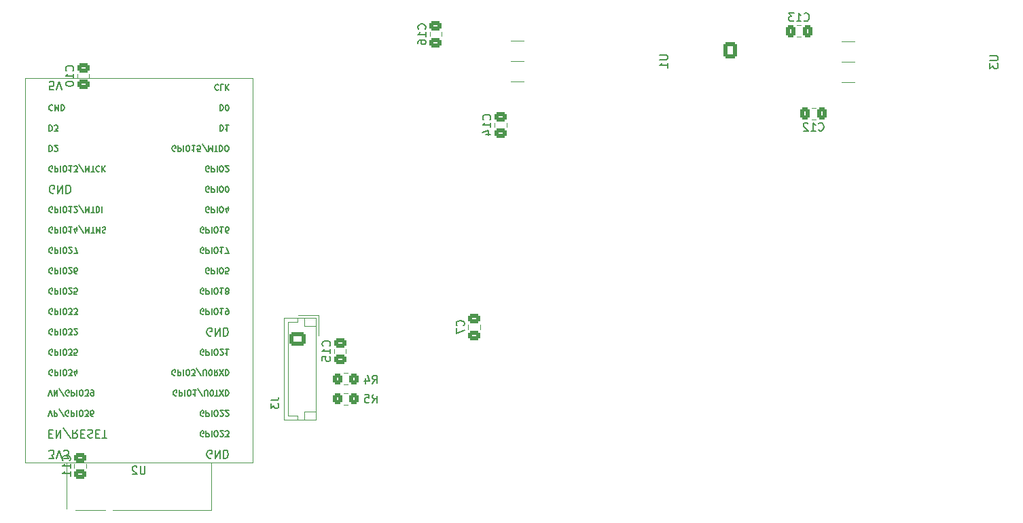
<source format=gbo>
G04 #@! TF.GenerationSoftware,KiCad,Pcbnew,8.0.2*
G04 #@! TF.CreationDate,2024-05-25T11:53:28+02:00*
G04 #@! TF.ProjectId,VFO na esp32,56464f20-6e61-4206-9573-7033322e6b69,rev?*
G04 #@! TF.SameCoordinates,Original*
G04 #@! TF.FileFunction,Legend,Bot*
G04 #@! TF.FilePolarity,Positive*
%FSLAX46Y46*%
G04 Gerber Fmt 4.6, Leading zero omitted, Abs format (unit mm)*
G04 Created by KiCad (PCBNEW 8.0.2) date 2024-05-25 11:53:28*
%MOMM*%
%LPD*%
G01*
G04 APERTURE LIST*
G04 Aperture macros list*
%AMRoundRect*
0 Rectangle with rounded corners*
0 $1 Rounding radius*
0 $2 $3 $4 $5 $6 $7 $8 $9 X,Y pos of 4 corners*
0 Add a 4 corners polygon primitive as box body*
4,1,4,$2,$3,$4,$5,$6,$7,$8,$9,$2,$3,0*
0 Add four circle primitives for the rounded corners*
1,1,$1+$1,$2,$3*
1,1,$1+$1,$4,$5*
1,1,$1+$1,$6,$7*
1,1,$1+$1,$8,$9*
0 Add four rect primitives between the rounded corners*
20,1,$1+$1,$2,$3,$4,$5,0*
20,1,$1+$1,$4,$5,$6,$7,0*
20,1,$1+$1,$6,$7,$8,$9,0*
20,1,$1+$1,$8,$9,$2,$3,0*%
G04 Aperture macros list end*
%ADD10C,0.150000*%
%ADD11C,0.120000*%
%ADD12R,1.600000X1.600000*%
%ADD13C,1.600000*%
%ADD14RoundRect,0.250000X-0.475000X0.337500X-0.475000X-0.337500X0.475000X-0.337500X0.475000X0.337500X0*%
%ADD15RoundRect,0.250000X0.337500X0.475000X-0.337500X0.475000X-0.337500X-0.475000X0.337500X-0.475000X0*%
%ADD16RoundRect,0.250000X-0.337500X-0.475000X0.337500X-0.475000X0.337500X0.475000X-0.337500X0.475000X0*%
%ADD17RoundRect,0.250000X0.350000X0.450000X-0.350000X0.450000X-0.350000X-0.450000X0.350000X-0.450000X0*%
%ADD18C,2.200000*%
%ADD19R,1.700000X1.700000*%
%ADD20O,1.700000X1.700000*%
%ADD21C,5.000000*%
%ADD22O,1.600000X1.600000*%
%ADD23C,7.000000*%
%ADD24R,2.000000X2.000000*%
%ADD25C,2.000000*%
%ADD26R,3.200000X2.000000*%
%ADD27R,2.400000X2.400000*%
%ADD28O,2.400000X2.400000*%
%ADD29RoundRect,0.250000X0.750000X-0.600000X0.750000X0.600000X-0.750000X0.600000X-0.750000X-0.600000X0*%
%ADD30O,2.000000X1.700000*%
%ADD31RoundRect,0.250000X0.600000X0.750000X-0.600000X0.750000X-0.600000X-0.750000X0.600000X-0.750000X0*%
%ADD32O,1.700000X2.000000*%
%ADD33R,2.000000X1.200000*%
%ADD34O,2.000000X1.200000*%
%ADD35O,3.500000X3.500000*%
%ADD36R,2.000000X1.905000*%
%ADD37O,2.000000X1.905000*%
%ADD38RoundRect,0.250000X-0.725000X0.600000X-0.725000X-0.600000X0.725000X-0.600000X0.725000X0.600000X0*%
%ADD39O,1.950000X1.700000*%
G04 APERTURE END LIST*
D10*
X152579580Y-63757142D02*
X152627200Y-63709523D01*
X152627200Y-63709523D02*
X152674819Y-63566666D01*
X152674819Y-63566666D02*
X152674819Y-63471428D01*
X152674819Y-63471428D02*
X152627200Y-63328571D01*
X152627200Y-63328571D02*
X152531961Y-63233333D01*
X152531961Y-63233333D02*
X152436723Y-63185714D01*
X152436723Y-63185714D02*
X152246247Y-63138095D01*
X152246247Y-63138095D02*
X152103390Y-63138095D01*
X152103390Y-63138095D02*
X151912914Y-63185714D01*
X151912914Y-63185714D02*
X151817676Y-63233333D01*
X151817676Y-63233333D02*
X151722438Y-63328571D01*
X151722438Y-63328571D02*
X151674819Y-63471428D01*
X151674819Y-63471428D02*
X151674819Y-63566666D01*
X151674819Y-63566666D02*
X151722438Y-63709523D01*
X151722438Y-63709523D02*
X151770057Y-63757142D01*
X152674819Y-64709523D02*
X152674819Y-64138095D01*
X152674819Y-64423809D02*
X151674819Y-64423809D01*
X151674819Y-64423809D02*
X151817676Y-64328571D01*
X151817676Y-64328571D02*
X151912914Y-64233333D01*
X151912914Y-64233333D02*
X151960533Y-64138095D01*
X151674819Y-65566666D02*
X151674819Y-65376190D01*
X151674819Y-65376190D02*
X151722438Y-65280952D01*
X151722438Y-65280952D02*
X151770057Y-65233333D01*
X151770057Y-65233333D02*
X151912914Y-65138095D01*
X151912914Y-65138095D02*
X152103390Y-65090476D01*
X152103390Y-65090476D02*
X152484342Y-65090476D01*
X152484342Y-65090476D02*
X152579580Y-65138095D01*
X152579580Y-65138095D02*
X152627200Y-65185714D01*
X152627200Y-65185714D02*
X152674819Y-65280952D01*
X152674819Y-65280952D02*
X152674819Y-65471428D01*
X152674819Y-65471428D02*
X152627200Y-65566666D01*
X152627200Y-65566666D02*
X152579580Y-65614285D01*
X152579580Y-65614285D02*
X152484342Y-65661904D01*
X152484342Y-65661904D02*
X152246247Y-65661904D01*
X152246247Y-65661904D02*
X152151009Y-65614285D01*
X152151009Y-65614285D02*
X152103390Y-65566666D01*
X152103390Y-65566666D02*
X152055771Y-65471428D01*
X152055771Y-65471428D02*
X152055771Y-65280952D01*
X152055771Y-65280952D02*
X152103390Y-65185714D01*
X152103390Y-65185714D02*
X152151009Y-65138095D01*
X152151009Y-65138095D02*
X152246247Y-65090476D01*
X140679580Y-103247142D02*
X140727200Y-103199523D01*
X140727200Y-103199523D02*
X140774819Y-103056666D01*
X140774819Y-103056666D02*
X140774819Y-102961428D01*
X140774819Y-102961428D02*
X140727200Y-102818571D01*
X140727200Y-102818571D02*
X140631961Y-102723333D01*
X140631961Y-102723333D02*
X140536723Y-102675714D01*
X140536723Y-102675714D02*
X140346247Y-102628095D01*
X140346247Y-102628095D02*
X140203390Y-102628095D01*
X140203390Y-102628095D02*
X140012914Y-102675714D01*
X140012914Y-102675714D02*
X139917676Y-102723333D01*
X139917676Y-102723333D02*
X139822438Y-102818571D01*
X139822438Y-102818571D02*
X139774819Y-102961428D01*
X139774819Y-102961428D02*
X139774819Y-103056666D01*
X139774819Y-103056666D02*
X139822438Y-103199523D01*
X139822438Y-103199523D02*
X139870057Y-103247142D01*
X140774819Y-104199523D02*
X140774819Y-103628095D01*
X140774819Y-103913809D02*
X139774819Y-103913809D01*
X139774819Y-103913809D02*
X139917676Y-103818571D01*
X139917676Y-103818571D02*
X140012914Y-103723333D01*
X140012914Y-103723333D02*
X140060533Y-103628095D01*
X139774819Y-105104285D02*
X139774819Y-104628095D01*
X139774819Y-104628095D02*
X140251009Y-104580476D01*
X140251009Y-104580476D02*
X140203390Y-104628095D01*
X140203390Y-104628095D02*
X140155771Y-104723333D01*
X140155771Y-104723333D02*
X140155771Y-104961428D01*
X140155771Y-104961428D02*
X140203390Y-105056666D01*
X140203390Y-105056666D02*
X140251009Y-105104285D01*
X140251009Y-105104285D02*
X140346247Y-105151904D01*
X140346247Y-105151904D02*
X140584342Y-105151904D01*
X140584342Y-105151904D02*
X140679580Y-105104285D01*
X140679580Y-105104285D02*
X140727200Y-105056666D01*
X140727200Y-105056666D02*
X140774819Y-104961428D01*
X140774819Y-104961428D02*
X140774819Y-104723333D01*
X140774819Y-104723333D02*
X140727200Y-104628095D01*
X140727200Y-104628095D02*
X140679580Y-104580476D01*
X160679580Y-75057142D02*
X160727200Y-75009523D01*
X160727200Y-75009523D02*
X160774819Y-74866666D01*
X160774819Y-74866666D02*
X160774819Y-74771428D01*
X160774819Y-74771428D02*
X160727200Y-74628571D01*
X160727200Y-74628571D02*
X160631961Y-74533333D01*
X160631961Y-74533333D02*
X160536723Y-74485714D01*
X160536723Y-74485714D02*
X160346247Y-74438095D01*
X160346247Y-74438095D02*
X160203390Y-74438095D01*
X160203390Y-74438095D02*
X160012914Y-74485714D01*
X160012914Y-74485714D02*
X159917676Y-74533333D01*
X159917676Y-74533333D02*
X159822438Y-74628571D01*
X159822438Y-74628571D02*
X159774819Y-74771428D01*
X159774819Y-74771428D02*
X159774819Y-74866666D01*
X159774819Y-74866666D02*
X159822438Y-75009523D01*
X159822438Y-75009523D02*
X159870057Y-75057142D01*
X160774819Y-76009523D02*
X160774819Y-75438095D01*
X160774819Y-75723809D02*
X159774819Y-75723809D01*
X159774819Y-75723809D02*
X159917676Y-75628571D01*
X159917676Y-75628571D02*
X160012914Y-75533333D01*
X160012914Y-75533333D02*
X160060533Y-75438095D01*
X160108152Y-76866666D02*
X160774819Y-76866666D01*
X159727200Y-76628571D02*
X160441485Y-76390476D01*
X160441485Y-76390476D02*
X160441485Y-77009523D01*
X199842857Y-62679580D02*
X199890476Y-62727200D01*
X199890476Y-62727200D02*
X200033333Y-62774819D01*
X200033333Y-62774819D02*
X200128571Y-62774819D01*
X200128571Y-62774819D02*
X200271428Y-62727200D01*
X200271428Y-62727200D02*
X200366666Y-62631961D01*
X200366666Y-62631961D02*
X200414285Y-62536723D01*
X200414285Y-62536723D02*
X200461904Y-62346247D01*
X200461904Y-62346247D02*
X200461904Y-62203390D01*
X200461904Y-62203390D02*
X200414285Y-62012914D01*
X200414285Y-62012914D02*
X200366666Y-61917676D01*
X200366666Y-61917676D02*
X200271428Y-61822438D01*
X200271428Y-61822438D02*
X200128571Y-61774819D01*
X200128571Y-61774819D02*
X200033333Y-61774819D01*
X200033333Y-61774819D02*
X199890476Y-61822438D01*
X199890476Y-61822438D02*
X199842857Y-61870057D01*
X198890476Y-62774819D02*
X199461904Y-62774819D01*
X199176190Y-62774819D02*
X199176190Y-61774819D01*
X199176190Y-61774819D02*
X199271428Y-61917676D01*
X199271428Y-61917676D02*
X199366666Y-62012914D01*
X199366666Y-62012914D02*
X199461904Y-62060533D01*
X198557142Y-61774819D02*
X197938095Y-61774819D01*
X197938095Y-61774819D02*
X198271428Y-62155771D01*
X198271428Y-62155771D02*
X198128571Y-62155771D01*
X198128571Y-62155771D02*
X198033333Y-62203390D01*
X198033333Y-62203390D02*
X197985714Y-62251009D01*
X197985714Y-62251009D02*
X197938095Y-62346247D01*
X197938095Y-62346247D02*
X197938095Y-62584342D01*
X197938095Y-62584342D02*
X197985714Y-62679580D01*
X197985714Y-62679580D02*
X198033333Y-62727200D01*
X198033333Y-62727200D02*
X198128571Y-62774819D01*
X198128571Y-62774819D02*
X198414285Y-62774819D01*
X198414285Y-62774819D02*
X198509523Y-62727200D01*
X198509523Y-62727200D02*
X198557142Y-62679580D01*
X201642857Y-76339580D02*
X201690476Y-76387200D01*
X201690476Y-76387200D02*
X201833333Y-76434819D01*
X201833333Y-76434819D02*
X201928571Y-76434819D01*
X201928571Y-76434819D02*
X202071428Y-76387200D01*
X202071428Y-76387200D02*
X202166666Y-76291961D01*
X202166666Y-76291961D02*
X202214285Y-76196723D01*
X202214285Y-76196723D02*
X202261904Y-76006247D01*
X202261904Y-76006247D02*
X202261904Y-75863390D01*
X202261904Y-75863390D02*
X202214285Y-75672914D01*
X202214285Y-75672914D02*
X202166666Y-75577676D01*
X202166666Y-75577676D02*
X202071428Y-75482438D01*
X202071428Y-75482438D02*
X201928571Y-75434819D01*
X201928571Y-75434819D02*
X201833333Y-75434819D01*
X201833333Y-75434819D02*
X201690476Y-75482438D01*
X201690476Y-75482438D02*
X201642857Y-75530057D01*
X200690476Y-76434819D02*
X201261904Y-76434819D01*
X200976190Y-76434819D02*
X200976190Y-75434819D01*
X200976190Y-75434819D02*
X201071428Y-75577676D01*
X201071428Y-75577676D02*
X201166666Y-75672914D01*
X201166666Y-75672914D02*
X201261904Y-75720533D01*
X200309523Y-75530057D02*
X200261904Y-75482438D01*
X200261904Y-75482438D02*
X200166666Y-75434819D01*
X200166666Y-75434819D02*
X199928571Y-75434819D01*
X199928571Y-75434819D02*
X199833333Y-75482438D01*
X199833333Y-75482438D02*
X199785714Y-75530057D01*
X199785714Y-75530057D02*
X199738095Y-75625295D01*
X199738095Y-75625295D02*
X199738095Y-75720533D01*
X199738095Y-75720533D02*
X199785714Y-75863390D01*
X199785714Y-75863390D02*
X200357142Y-76434819D01*
X200357142Y-76434819D02*
X199738095Y-76434819D01*
X108279580Y-117557142D02*
X108327200Y-117509523D01*
X108327200Y-117509523D02*
X108374819Y-117366666D01*
X108374819Y-117366666D02*
X108374819Y-117271428D01*
X108374819Y-117271428D02*
X108327200Y-117128571D01*
X108327200Y-117128571D02*
X108231961Y-117033333D01*
X108231961Y-117033333D02*
X108136723Y-116985714D01*
X108136723Y-116985714D02*
X107946247Y-116938095D01*
X107946247Y-116938095D02*
X107803390Y-116938095D01*
X107803390Y-116938095D02*
X107612914Y-116985714D01*
X107612914Y-116985714D02*
X107517676Y-117033333D01*
X107517676Y-117033333D02*
X107422438Y-117128571D01*
X107422438Y-117128571D02*
X107374819Y-117271428D01*
X107374819Y-117271428D02*
X107374819Y-117366666D01*
X107374819Y-117366666D02*
X107422438Y-117509523D01*
X107422438Y-117509523D02*
X107470057Y-117557142D01*
X108374819Y-118509523D02*
X108374819Y-117938095D01*
X108374819Y-118223809D02*
X107374819Y-118223809D01*
X107374819Y-118223809D02*
X107517676Y-118128571D01*
X107517676Y-118128571D02*
X107612914Y-118033333D01*
X107612914Y-118033333D02*
X107660533Y-117938095D01*
X108374819Y-119461904D02*
X108374819Y-118890476D01*
X108374819Y-119176190D02*
X107374819Y-119176190D01*
X107374819Y-119176190D02*
X107517676Y-119080952D01*
X107517676Y-119080952D02*
X107612914Y-118985714D01*
X107612914Y-118985714D02*
X107660533Y-118890476D01*
X108679580Y-68957142D02*
X108727200Y-68909523D01*
X108727200Y-68909523D02*
X108774819Y-68766666D01*
X108774819Y-68766666D02*
X108774819Y-68671428D01*
X108774819Y-68671428D02*
X108727200Y-68528571D01*
X108727200Y-68528571D02*
X108631961Y-68433333D01*
X108631961Y-68433333D02*
X108536723Y-68385714D01*
X108536723Y-68385714D02*
X108346247Y-68338095D01*
X108346247Y-68338095D02*
X108203390Y-68338095D01*
X108203390Y-68338095D02*
X108012914Y-68385714D01*
X108012914Y-68385714D02*
X107917676Y-68433333D01*
X107917676Y-68433333D02*
X107822438Y-68528571D01*
X107822438Y-68528571D02*
X107774819Y-68671428D01*
X107774819Y-68671428D02*
X107774819Y-68766666D01*
X107774819Y-68766666D02*
X107822438Y-68909523D01*
X107822438Y-68909523D02*
X107870057Y-68957142D01*
X108774819Y-69909523D02*
X108774819Y-69338095D01*
X108774819Y-69623809D02*
X107774819Y-69623809D01*
X107774819Y-69623809D02*
X107917676Y-69528571D01*
X107917676Y-69528571D02*
X108012914Y-69433333D01*
X108012914Y-69433333D02*
X108060533Y-69338095D01*
X107774819Y-70528571D02*
X107774819Y-70623809D01*
X107774819Y-70623809D02*
X107822438Y-70719047D01*
X107822438Y-70719047D02*
X107870057Y-70766666D01*
X107870057Y-70766666D02*
X107965295Y-70814285D01*
X107965295Y-70814285D02*
X108155771Y-70861904D01*
X108155771Y-70861904D02*
X108393866Y-70861904D01*
X108393866Y-70861904D02*
X108584342Y-70814285D01*
X108584342Y-70814285D02*
X108679580Y-70766666D01*
X108679580Y-70766666D02*
X108727200Y-70719047D01*
X108727200Y-70719047D02*
X108774819Y-70623809D01*
X108774819Y-70623809D02*
X108774819Y-70528571D01*
X108774819Y-70528571D02*
X108727200Y-70433333D01*
X108727200Y-70433333D02*
X108679580Y-70385714D01*
X108679580Y-70385714D02*
X108584342Y-70338095D01*
X108584342Y-70338095D02*
X108393866Y-70290476D01*
X108393866Y-70290476D02*
X108155771Y-70290476D01*
X108155771Y-70290476D02*
X107965295Y-70338095D01*
X107965295Y-70338095D02*
X107870057Y-70385714D01*
X107870057Y-70385714D02*
X107822438Y-70433333D01*
X107822438Y-70433333D02*
X107774819Y-70528571D01*
X157379580Y-100733333D02*
X157427200Y-100685714D01*
X157427200Y-100685714D02*
X157474819Y-100542857D01*
X157474819Y-100542857D02*
X157474819Y-100447619D01*
X157474819Y-100447619D02*
X157427200Y-100304762D01*
X157427200Y-100304762D02*
X157331961Y-100209524D01*
X157331961Y-100209524D02*
X157236723Y-100161905D01*
X157236723Y-100161905D02*
X157046247Y-100114286D01*
X157046247Y-100114286D02*
X156903390Y-100114286D01*
X156903390Y-100114286D02*
X156712914Y-100161905D01*
X156712914Y-100161905D02*
X156617676Y-100209524D01*
X156617676Y-100209524D02*
X156522438Y-100304762D01*
X156522438Y-100304762D02*
X156474819Y-100447619D01*
X156474819Y-100447619D02*
X156474819Y-100542857D01*
X156474819Y-100542857D02*
X156522438Y-100685714D01*
X156522438Y-100685714D02*
X156570057Y-100733333D01*
X156474819Y-101066667D02*
X156474819Y-101733333D01*
X156474819Y-101733333D02*
X157474819Y-101304762D01*
X145996666Y-110314819D02*
X146329999Y-109838628D01*
X146568094Y-110314819D02*
X146568094Y-109314819D01*
X146568094Y-109314819D02*
X146187142Y-109314819D01*
X146187142Y-109314819D02*
X146091904Y-109362438D01*
X146091904Y-109362438D02*
X146044285Y-109410057D01*
X146044285Y-109410057D02*
X145996666Y-109505295D01*
X145996666Y-109505295D02*
X145996666Y-109648152D01*
X145996666Y-109648152D02*
X146044285Y-109743390D01*
X146044285Y-109743390D02*
X146091904Y-109791009D01*
X146091904Y-109791009D02*
X146187142Y-109838628D01*
X146187142Y-109838628D02*
X146568094Y-109838628D01*
X145091904Y-109314819D02*
X145568094Y-109314819D01*
X145568094Y-109314819D02*
X145615713Y-109791009D01*
X145615713Y-109791009D02*
X145568094Y-109743390D01*
X145568094Y-109743390D02*
X145472856Y-109695771D01*
X145472856Y-109695771D02*
X145234761Y-109695771D01*
X145234761Y-109695771D02*
X145139523Y-109743390D01*
X145139523Y-109743390D02*
X145091904Y-109791009D01*
X145091904Y-109791009D02*
X145044285Y-109886247D01*
X145044285Y-109886247D02*
X145044285Y-110124342D01*
X145044285Y-110124342D02*
X145091904Y-110219580D01*
X145091904Y-110219580D02*
X145139523Y-110267200D01*
X145139523Y-110267200D02*
X145234761Y-110314819D01*
X145234761Y-110314819D02*
X145472856Y-110314819D01*
X145472856Y-110314819D02*
X145568094Y-110267200D01*
X145568094Y-110267200D02*
X145615713Y-110219580D01*
X146026666Y-107934819D02*
X146359999Y-107458628D01*
X146598094Y-107934819D02*
X146598094Y-106934819D01*
X146598094Y-106934819D02*
X146217142Y-106934819D01*
X146217142Y-106934819D02*
X146121904Y-106982438D01*
X146121904Y-106982438D02*
X146074285Y-107030057D01*
X146074285Y-107030057D02*
X146026666Y-107125295D01*
X146026666Y-107125295D02*
X146026666Y-107268152D01*
X146026666Y-107268152D02*
X146074285Y-107363390D01*
X146074285Y-107363390D02*
X146121904Y-107411009D01*
X146121904Y-107411009D02*
X146217142Y-107458628D01*
X146217142Y-107458628D02*
X146598094Y-107458628D01*
X145169523Y-107268152D02*
X145169523Y-107934819D01*
X145407618Y-106887200D02*
X145645713Y-107601485D01*
X145645713Y-107601485D02*
X145026666Y-107601485D01*
X117661904Y-118258259D02*
X117661904Y-119067782D01*
X117661904Y-119067782D02*
X117614285Y-119163020D01*
X117614285Y-119163020D02*
X117566666Y-119210640D01*
X117566666Y-119210640D02*
X117471428Y-119258259D01*
X117471428Y-119258259D02*
X117280952Y-119258259D01*
X117280952Y-119258259D02*
X117185714Y-119210640D01*
X117185714Y-119210640D02*
X117138095Y-119163020D01*
X117138095Y-119163020D02*
X117090476Y-119067782D01*
X117090476Y-119067782D02*
X117090476Y-118258259D01*
X116661904Y-118353497D02*
X116614285Y-118305878D01*
X116614285Y-118305878D02*
X116519047Y-118258259D01*
X116519047Y-118258259D02*
X116280952Y-118258259D01*
X116280952Y-118258259D02*
X116185714Y-118305878D01*
X116185714Y-118305878D02*
X116138095Y-118353497D01*
X116138095Y-118353497D02*
X116090476Y-118448735D01*
X116090476Y-118448735D02*
X116090476Y-118543973D01*
X116090476Y-118543973D02*
X116138095Y-118686830D01*
X116138095Y-118686830D02*
X116709523Y-119258259D01*
X116709523Y-119258259D02*
X116090476Y-119258259D01*
X106135350Y-73274073D02*
X106102017Y-73240740D01*
X106102017Y-73240740D02*
X106002017Y-73207406D01*
X106002017Y-73207406D02*
X105935350Y-73207406D01*
X105935350Y-73207406D02*
X105835350Y-73240740D01*
X105835350Y-73240740D02*
X105768684Y-73307406D01*
X105768684Y-73307406D02*
X105735350Y-73374073D01*
X105735350Y-73374073D02*
X105702017Y-73507406D01*
X105702017Y-73507406D02*
X105702017Y-73607406D01*
X105702017Y-73607406D02*
X105735350Y-73740740D01*
X105735350Y-73740740D02*
X105768684Y-73807406D01*
X105768684Y-73807406D02*
X105835350Y-73874073D01*
X105835350Y-73874073D02*
X105935350Y-73907406D01*
X105935350Y-73907406D02*
X106002017Y-73907406D01*
X106002017Y-73907406D02*
X106102017Y-73874073D01*
X106102017Y-73874073D02*
X106135350Y-73840740D01*
X106435350Y-73207406D02*
X106435350Y-73907406D01*
X106435350Y-73907406D02*
X106668684Y-73407406D01*
X106668684Y-73407406D02*
X106902017Y-73907406D01*
X106902017Y-73907406D02*
X106902017Y-73207406D01*
X107235350Y-73207406D02*
X107235350Y-73907406D01*
X107235350Y-73907406D02*
X107402017Y-73907406D01*
X107402017Y-73907406D02*
X107502017Y-73874073D01*
X107502017Y-73874073D02*
X107568684Y-73807406D01*
X107568684Y-73807406D02*
X107602017Y-73740740D01*
X107602017Y-73740740D02*
X107635350Y-73607406D01*
X107635350Y-73607406D02*
X107635350Y-73507406D01*
X107635350Y-73507406D02*
X107602017Y-73374073D01*
X107602017Y-73374073D02*
X107568684Y-73307406D01*
X107568684Y-73307406D02*
X107502017Y-73240740D01*
X107502017Y-73240740D02*
X107402017Y-73207406D01*
X107402017Y-73207406D02*
X107235350Y-73207406D01*
X105635350Y-109467406D02*
X105868684Y-108767406D01*
X105868684Y-108767406D02*
X106102017Y-109467406D01*
X106335350Y-108767406D02*
X106335350Y-109467406D01*
X106335350Y-109467406D02*
X106735350Y-108767406D01*
X106735350Y-108767406D02*
X106735350Y-109467406D01*
X107568683Y-109500740D02*
X106968683Y-108600740D01*
X108168683Y-109434073D02*
X108102016Y-109467406D01*
X108102016Y-109467406D02*
X108002016Y-109467406D01*
X108002016Y-109467406D02*
X107902016Y-109434073D01*
X107902016Y-109434073D02*
X107835350Y-109367406D01*
X107835350Y-109367406D02*
X107802016Y-109300740D01*
X107802016Y-109300740D02*
X107768683Y-109167406D01*
X107768683Y-109167406D02*
X107768683Y-109067406D01*
X107768683Y-109067406D02*
X107802016Y-108934073D01*
X107802016Y-108934073D02*
X107835350Y-108867406D01*
X107835350Y-108867406D02*
X107902016Y-108800740D01*
X107902016Y-108800740D02*
X108002016Y-108767406D01*
X108002016Y-108767406D02*
X108068683Y-108767406D01*
X108068683Y-108767406D02*
X108168683Y-108800740D01*
X108168683Y-108800740D02*
X108202016Y-108834073D01*
X108202016Y-108834073D02*
X108202016Y-109067406D01*
X108202016Y-109067406D02*
X108068683Y-109067406D01*
X108502016Y-108767406D02*
X108502016Y-109467406D01*
X108502016Y-109467406D02*
X108768683Y-109467406D01*
X108768683Y-109467406D02*
X108835350Y-109434073D01*
X108835350Y-109434073D02*
X108868683Y-109400740D01*
X108868683Y-109400740D02*
X108902016Y-109334073D01*
X108902016Y-109334073D02*
X108902016Y-109234073D01*
X108902016Y-109234073D02*
X108868683Y-109167406D01*
X108868683Y-109167406D02*
X108835350Y-109134073D01*
X108835350Y-109134073D02*
X108768683Y-109100740D01*
X108768683Y-109100740D02*
X108502016Y-109100740D01*
X109202016Y-108767406D02*
X109202016Y-109467406D01*
X109668683Y-109467406D02*
X109802016Y-109467406D01*
X109802016Y-109467406D02*
X109868683Y-109434073D01*
X109868683Y-109434073D02*
X109935349Y-109367406D01*
X109935349Y-109367406D02*
X109968683Y-109234073D01*
X109968683Y-109234073D02*
X109968683Y-109000740D01*
X109968683Y-109000740D02*
X109935349Y-108867406D01*
X109935349Y-108867406D02*
X109868683Y-108800740D01*
X109868683Y-108800740D02*
X109802016Y-108767406D01*
X109802016Y-108767406D02*
X109668683Y-108767406D01*
X109668683Y-108767406D02*
X109602016Y-108800740D01*
X109602016Y-108800740D02*
X109535349Y-108867406D01*
X109535349Y-108867406D02*
X109502016Y-109000740D01*
X109502016Y-109000740D02*
X109502016Y-109234073D01*
X109502016Y-109234073D02*
X109535349Y-109367406D01*
X109535349Y-109367406D02*
X109602016Y-109434073D01*
X109602016Y-109434073D02*
X109668683Y-109467406D01*
X110202016Y-109467406D02*
X110635349Y-109467406D01*
X110635349Y-109467406D02*
X110402016Y-109200740D01*
X110402016Y-109200740D02*
X110502016Y-109200740D01*
X110502016Y-109200740D02*
X110568682Y-109167406D01*
X110568682Y-109167406D02*
X110602016Y-109134073D01*
X110602016Y-109134073D02*
X110635349Y-109067406D01*
X110635349Y-109067406D02*
X110635349Y-108900740D01*
X110635349Y-108900740D02*
X110602016Y-108834073D01*
X110602016Y-108834073D02*
X110568682Y-108800740D01*
X110568682Y-108800740D02*
X110502016Y-108767406D01*
X110502016Y-108767406D02*
X110302016Y-108767406D01*
X110302016Y-108767406D02*
X110235349Y-108800740D01*
X110235349Y-108800740D02*
X110202016Y-108834073D01*
X110968683Y-108767406D02*
X111102016Y-108767406D01*
X111102016Y-108767406D02*
X111168683Y-108800740D01*
X111168683Y-108800740D02*
X111202016Y-108834073D01*
X111202016Y-108834073D02*
X111268683Y-108934073D01*
X111268683Y-108934073D02*
X111302016Y-109067406D01*
X111302016Y-109067406D02*
X111302016Y-109334073D01*
X111302016Y-109334073D02*
X111268683Y-109400740D01*
X111268683Y-109400740D02*
X111235349Y-109434073D01*
X111235349Y-109434073D02*
X111168683Y-109467406D01*
X111168683Y-109467406D02*
X111035349Y-109467406D01*
X111035349Y-109467406D02*
X110968683Y-109434073D01*
X110968683Y-109434073D02*
X110935349Y-109400740D01*
X110935349Y-109400740D02*
X110902016Y-109334073D01*
X110902016Y-109334073D02*
X110902016Y-109167406D01*
X110902016Y-109167406D02*
X110935349Y-109100740D01*
X110935349Y-109100740D02*
X110968683Y-109067406D01*
X110968683Y-109067406D02*
X111035349Y-109034073D01*
X111035349Y-109034073D02*
X111168683Y-109034073D01*
X111168683Y-109034073D02*
X111235349Y-109067406D01*
X111235349Y-109067406D02*
X111268683Y-109100740D01*
X111268683Y-109100740D02*
X111302016Y-109167406D01*
X127031315Y-73207406D02*
X127031315Y-73907406D01*
X127031315Y-73907406D02*
X127197982Y-73907406D01*
X127197982Y-73907406D02*
X127297982Y-73874073D01*
X127297982Y-73874073D02*
X127364649Y-73807406D01*
X127364649Y-73807406D02*
X127397982Y-73740740D01*
X127397982Y-73740740D02*
X127431315Y-73607406D01*
X127431315Y-73607406D02*
X127431315Y-73507406D01*
X127431315Y-73507406D02*
X127397982Y-73374073D01*
X127397982Y-73374073D02*
X127364649Y-73307406D01*
X127364649Y-73307406D02*
X127297982Y-73240740D01*
X127297982Y-73240740D02*
X127197982Y-73207406D01*
X127197982Y-73207406D02*
X127031315Y-73207406D01*
X127864649Y-73907406D02*
X127931315Y-73907406D01*
X127931315Y-73907406D02*
X127997982Y-73874073D01*
X127997982Y-73874073D02*
X128031315Y-73840740D01*
X128031315Y-73840740D02*
X128064649Y-73774073D01*
X128064649Y-73774073D02*
X128097982Y-73640740D01*
X128097982Y-73640740D02*
X128097982Y-73474073D01*
X128097982Y-73474073D02*
X128064649Y-73340740D01*
X128064649Y-73340740D02*
X128031315Y-73274073D01*
X128031315Y-73274073D02*
X127997982Y-73240740D01*
X127997982Y-73240740D02*
X127931315Y-73207406D01*
X127931315Y-73207406D02*
X127864649Y-73207406D01*
X127864649Y-73207406D02*
X127797982Y-73240740D01*
X127797982Y-73240740D02*
X127764649Y-73274073D01*
X127764649Y-73274073D02*
X127731315Y-73340740D01*
X127731315Y-73340740D02*
X127697982Y-73474073D01*
X127697982Y-73474073D02*
X127697982Y-73640740D01*
X127697982Y-73640740D02*
X127731315Y-73774073D01*
X127731315Y-73774073D02*
X127764649Y-73840740D01*
X127764649Y-73840740D02*
X127797982Y-73874073D01*
X127797982Y-73874073D02*
X127864649Y-73907406D01*
X106102017Y-101814073D02*
X106035350Y-101847406D01*
X106035350Y-101847406D02*
X105935350Y-101847406D01*
X105935350Y-101847406D02*
X105835350Y-101814073D01*
X105835350Y-101814073D02*
X105768684Y-101747406D01*
X105768684Y-101747406D02*
X105735350Y-101680740D01*
X105735350Y-101680740D02*
X105702017Y-101547406D01*
X105702017Y-101547406D02*
X105702017Y-101447406D01*
X105702017Y-101447406D02*
X105735350Y-101314073D01*
X105735350Y-101314073D02*
X105768684Y-101247406D01*
X105768684Y-101247406D02*
X105835350Y-101180740D01*
X105835350Y-101180740D02*
X105935350Y-101147406D01*
X105935350Y-101147406D02*
X106002017Y-101147406D01*
X106002017Y-101147406D02*
X106102017Y-101180740D01*
X106102017Y-101180740D02*
X106135350Y-101214073D01*
X106135350Y-101214073D02*
X106135350Y-101447406D01*
X106135350Y-101447406D02*
X106002017Y-101447406D01*
X106435350Y-101147406D02*
X106435350Y-101847406D01*
X106435350Y-101847406D02*
X106702017Y-101847406D01*
X106702017Y-101847406D02*
X106768684Y-101814073D01*
X106768684Y-101814073D02*
X106802017Y-101780740D01*
X106802017Y-101780740D02*
X106835350Y-101714073D01*
X106835350Y-101714073D02*
X106835350Y-101614073D01*
X106835350Y-101614073D02*
X106802017Y-101547406D01*
X106802017Y-101547406D02*
X106768684Y-101514073D01*
X106768684Y-101514073D02*
X106702017Y-101480740D01*
X106702017Y-101480740D02*
X106435350Y-101480740D01*
X107135350Y-101147406D02*
X107135350Y-101847406D01*
X107602017Y-101847406D02*
X107735350Y-101847406D01*
X107735350Y-101847406D02*
X107802017Y-101814073D01*
X107802017Y-101814073D02*
X107868683Y-101747406D01*
X107868683Y-101747406D02*
X107902017Y-101614073D01*
X107902017Y-101614073D02*
X107902017Y-101380740D01*
X107902017Y-101380740D02*
X107868683Y-101247406D01*
X107868683Y-101247406D02*
X107802017Y-101180740D01*
X107802017Y-101180740D02*
X107735350Y-101147406D01*
X107735350Y-101147406D02*
X107602017Y-101147406D01*
X107602017Y-101147406D02*
X107535350Y-101180740D01*
X107535350Y-101180740D02*
X107468683Y-101247406D01*
X107468683Y-101247406D02*
X107435350Y-101380740D01*
X107435350Y-101380740D02*
X107435350Y-101614073D01*
X107435350Y-101614073D02*
X107468683Y-101747406D01*
X107468683Y-101747406D02*
X107535350Y-101814073D01*
X107535350Y-101814073D02*
X107602017Y-101847406D01*
X108135350Y-101847406D02*
X108568683Y-101847406D01*
X108568683Y-101847406D02*
X108335350Y-101580740D01*
X108335350Y-101580740D02*
X108435350Y-101580740D01*
X108435350Y-101580740D02*
X108502016Y-101547406D01*
X108502016Y-101547406D02*
X108535350Y-101514073D01*
X108535350Y-101514073D02*
X108568683Y-101447406D01*
X108568683Y-101447406D02*
X108568683Y-101280740D01*
X108568683Y-101280740D02*
X108535350Y-101214073D01*
X108535350Y-101214073D02*
X108502016Y-101180740D01*
X108502016Y-101180740D02*
X108435350Y-101147406D01*
X108435350Y-101147406D02*
X108235350Y-101147406D01*
X108235350Y-101147406D02*
X108168683Y-101180740D01*
X108168683Y-101180740D02*
X108135350Y-101214073D01*
X108835350Y-101780740D02*
X108868683Y-101814073D01*
X108868683Y-101814073D02*
X108935350Y-101847406D01*
X108935350Y-101847406D02*
X109102017Y-101847406D01*
X109102017Y-101847406D02*
X109168683Y-101814073D01*
X109168683Y-101814073D02*
X109202017Y-101780740D01*
X109202017Y-101780740D02*
X109235350Y-101714073D01*
X109235350Y-101714073D02*
X109235350Y-101647406D01*
X109235350Y-101647406D02*
X109202017Y-101547406D01*
X109202017Y-101547406D02*
X108802017Y-101147406D01*
X108802017Y-101147406D02*
X109235350Y-101147406D01*
X125631316Y-84034073D02*
X125564649Y-84067406D01*
X125564649Y-84067406D02*
X125464649Y-84067406D01*
X125464649Y-84067406D02*
X125364649Y-84034073D01*
X125364649Y-84034073D02*
X125297983Y-83967406D01*
X125297983Y-83967406D02*
X125264649Y-83900740D01*
X125264649Y-83900740D02*
X125231316Y-83767406D01*
X125231316Y-83767406D02*
X125231316Y-83667406D01*
X125231316Y-83667406D02*
X125264649Y-83534073D01*
X125264649Y-83534073D02*
X125297983Y-83467406D01*
X125297983Y-83467406D02*
X125364649Y-83400740D01*
X125364649Y-83400740D02*
X125464649Y-83367406D01*
X125464649Y-83367406D02*
X125531316Y-83367406D01*
X125531316Y-83367406D02*
X125631316Y-83400740D01*
X125631316Y-83400740D02*
X125664649Y-83434073D01*
X125664649Y-83434073D02*
X125664649Y-83667406D01*
X125664649Y-83667406D02*
X125531316Y-83667406D01*
X125964649Y-83367406D02*
X125964649Y-84067406D01*
X125964649Y-84067406D02*
X126231316Y-84067406D01*
X126231316Y-84067406D02*
X126297983Y-84034073D01*
X126297983Y-84034073D02*
X126331316Y-84000740D01*
X126331316Y-84000740D02*
X126364649Y-83934073D01*
X126364649Y-83934073D02*
X126364649Y-83834073D01*
X126364649Y-83834073D02*
X126331316Y-83767406D01*
X126331316Y-83767406D02*
X126297983Y-83734073D01*
X126297983Y-83734073D02*
X126231316Y-83700740D01*
X126231316Y-83700740D02*
X125964649Y-83700740D01*
X126664649Y-83367406D02*
X126664649Y-84067406D01*
X127131316Y-84067406D02*
X127264649Y-84067406D01*
X127264649Y-84067406D02*
X127331316Y-84034073D01*
X127331316Y-84034073D02*
X127397982Y-83967406D01*
X127397982Y-83967406D02*
X127431316Y-83834073D01*
X127431316Y-83834073D02*
X127431316Y-83600740D01*
X127431316Y-83600740D02*
X127397982Y-83467406D01*
X127397982Y-83467406D02*
X127331316Y-83400740D01*
X127331316Y-83400740D02*
X127264649Y-83367406D01*
X127264649Y-83367406D02*
X127131316Y-83367406D01*
X127131316Y-83367406D02*
X127064649Y-83400740D01*
X127064649Y-83400740D02*
X126997982Y-83467406D01*
X126997982Y-83467406D02*
X126964649Y-83600740D01*
X126964649Y-83600740D02*
X126964649Y-83834073D01*
X126964649Y-83834073D02*
X126997982Y-83967406D01*
X126997982Y-83967406D02*
X127064649Y-84034073D01*
X127064649Y-84034073D02*
X127131316Y-84067406D01*
X127864649Y-84067406D02*
X127931315Y-84067406D01*
X127931315Y-84067406D02*
X127997982Y-84034073D01*
X127997982Y-84034073D02*
X128031315Y-84000740D01*
X128031315Y-84000740D02*
X128064649Y-83934073D01*
X128064649Y-83934073D02*
X128097982Y-83800740D01*
X128097982Y-83800740D02*
X128097982Y-83634073D01*
X128097982Y-83634073D02*
X128064649Y-83500740D01*
X128064649Y-83500740D02*
X128031315Y-83434073D01*
X128031315Y-83434073D02*
X127997982Y-83400740D01*
X127997982Y-83400740D02*
X127931315Y-83367406D01*
X127931315Y-83367406D02*
X127864649Y-83367406D01*
X127864649Y-83367406D02*
X127797982Y-83400740D01*
X127797982Y-83400740D02*
X127764649Y-83434073D01*
X127764649Y-83434073D02*
X127731315Y-83500740D01*
X127731315Y-83500740D02*
X127697982Y-83634073D01*
X127697982Y-83634073D02*
X127697982Y-83800740D01*
X127697982Y-83800740D02*
X127731315Y-83934073D01*
X127731315Y-83934073D02*
X127764649Y-84000740D01*
X127764649Y-84000740D02*
X127797982Y-84034073D01*
X127797982Y-84034073D02*
X127864649Y-84067406D01*
X127031315Y-75747406D02*
X127031315Y-76447406D01*
X127031315Y-76447406D02*
X127197982Y-76447406D01*
X127197982Y-76447406D02*
X127297982Y-76414073D01*
X127297982Y-76414073D02*
X127364649Y-76347406D01*
X127364649Y-76347406D02*
X127397982Y-76280740D01*
X127397982Y-76280740D02*
X127431315Y-76147406D01*
X127431315Y-76147406D02*
X127431315Y-76047406D01*
X127431315Y-76047406D02*
X127397982Y-75914073D01*
X127397982Y-75914073D02*
X127364649Y-75847406D01*
X127364649Y-75847406D02*
X127297982Y-75780740D01*
X127297982Y-75780740D02*
X127197982Y-75747406D01*
X127197982Y-75747406D02*
X127031315Y-75747406D01*
X128097982Y-75747406D02*
X127697982Y-75747406D01*
X127897982Y-75747406D02*
X127897982Y-76447406D01*
X127897982Y-76447406D02*
X127831315Y-76347406D01*
X127831315Y-76347406D02*
X127764649Y-76280740D01*
X127764649Y-76280740D02*
X127697982Y-76247406D01*
X124964649Y-91654073D02*
X124897982Y-91687406D01*
X124897982Y-91687406D02*
X124797982Y-91687406D01*
X124797982Y-91687406D02*
X124697982Y-91654073D01*
X124697982Y-91654073D02*
X124631316Y-91587406D01*
X124631316Y-91587406D02*
X124597982Y-91520740D01*
X124597982Y-91520740D02*
X124564649Y-91387406D01*
X124564649Y-91387406D02*
X124564649Y-91287406D01*
X124564649Y-91287406D02*
X124597982Y-91154073D01*
X124597982Y-91154073D02*
X124631316Y-91087406D01*
X124631316Y-91087406D02*
X124697982Y-91020740D01*
X124697982Y-91020740D02*
X124797982Y-90987406D01*
X124797982Y-90987406D02*
X124864649Y-90987406D01*
X124864649Y-90987406D02*
X124964649Y-91020740D01*
X124964649Y-91020740D02*
X124997982Y-91054073D01*
X124997982Y-91054073D02*
X124997982Y-91287406D01*
X124997982Y-91287406D02*
X124864649Y-91287406D01*
X125297982Y-90987406D02*
X125297982Y-91687406D01*
X125297982Y-91687406D02*
X125564649Y-91687406D01*
X125564649Y-91687406D02*
X125631316Y-91654073D01*
X125631316Y-91654073D02*
X125664649Y-91620740D01*
X125664649Y-91620740D02*
X125697982Y-91554073D01*
X125697982Y-91554073D02*
X125697982Y-91454073D01*
X125697982Y-91454073D02*
X125664649Y-91387406D01*
X125664649Y-91387406D02*
X125631316Y-91354073D01*
X125631316Y-91354073D02*
X125564649Y-91320740D01*
X125564649Y-91320740D02*
X125297982Y-91320740D01*
X125997982Y-90987406D02*
X125997982Y-91687406D01*
X126464649Y-91687406D02*
X126597982Y-91687406D01*
X126597982Y-91687406D02*
X126664649Y-91654073D01*
X126664649Y-91654073D02*
X126731315Y-91587406D01*
X126731315Y-91587406D02*
X126764649Y-91454073D01*
X126764649Y-91454073D02*
X126764649Y-91220740D01*
X126764649Y-91220740D02*
X126731315Y-91087406D01*
X126731315Y-91087406D02*
X126664649Y-91020740D01*
X126664649Y-91020740D02*
X126597982Y-90987406D01*
X126597982Y-90987406D02*
X126464649Y-90987406D01*
X126464649Y-90987406D02*
X126397982Y-91020740D01*
X126397982Y-91020740D02*
X126331315Y-91087406D01*
X126331315Y-91087406D02*
X126297982Y-91220740D01*
X126297982Y-91220740D02*
X126297982Y-91454073D01*
X126297982Y-91454073D02*
X126331315Y-91587406D01*
X126331315Y-91587406D02*
X126397982Y-91654073D01*
X126397982Y-91654073D02*
X126464649Y-91687406D01*
X127431315Y-90987406D02*
X127031315Y-90987406D01*
X127231315Y-90987406D02*
X127231315Y-91687406D01*
X127231315Y-91687406D02*
X127164648Y-91587406D01*
X127164648Y-91587406D02*
X127097982Y-91520740D01*
X127097982Y-91520740D02*
X127031315Y-91487406D01*
X127664649Y-91687406D02*
X128131315Y-91687406D01*
X128131315Y-91687406D02*
X127831315Y-90987406D01*
X121597983Y-109434073D02*
X121531316Y-109467406D01*
X121531316Y-109467406D02*
X121431316Y-109467406D01*
X121431316Y-109467406D02*
X121331316Y-109434073D01*
X121331316Y-109434073D02*
X121264650Y-109367406D01*
X121264650Y-109367406D02*
X121231316Y-109300740D01*
X121231316Y-109300740D02*
X121197983Y-109167406D01*
X121197983Y-109167406D02*
X121197983Y-109067406D01*
X121197983Y-109067406D02*
X121231316Y-108934073D01*
X121231316Y-108934073D02*
X121264650Y-108867406D01*
X121264650Y-108867406D02*
X121331316Y-108800740D01*
X121331316Y-108800740D02*
X121431316Y-108767406D01*
X121431316Y-108767406D02*
X121497983Y-108767406D01*
X121497983Y-108767406D02*
X121597983Y-108800740D01*
X121597983Y-108800740D02*
X121631316Y-108834073D01*
X121631316Y-108834073D02*
X121631316Y-109067406D01*
X121631316Y-109067406D02*
X121497983Y-109067406D01*
X121931316Y-108767406D02*
X121931316Y-109467406D01*
X121931316Y-109467406D02*
X122197983Y-109467406D01*
X122197983Y-109467406D02*
X122264650Y-109434073D01*
X122264650Y-109434073D02*
X122297983Y-109400740D01*
X122297983Y-109400740D02*
X122331316Y-109334073D01*
X122331316Y-109334073D02*
X122331316Y-109234073D01*
X122331316Y-109234073D02*
X122297983Y-109167406D01*
X122297983Y-109167406D02*
X122264650Y-109134073D01*
X122264650Y-109134073D02*
X122197983Y-109100740D01*
X122197983Y-109100740D02*
X121931316Y-109100740D01*
X122631316Y-108767406D02*
X122631316Y-109467406D01*
X123097983Y-109467406D02*
X123231316Y-109467406D01*
X123231316Y-109467406D02*
X123297983Y-109434073D01*
X123297983Y-109434073D02*
X123364649Y-109367406D01*
X123364649Y-109367406D02*
X123397983Y-109234073D01*
X123397983Y-109234073D02*
X123397983Y-109000740D01*
X123397983Y-109000740D02*
X123364649Y-108867406D01*
X123364649Y-108867406D02*
X123297983Y-108800740D01*
X123297983Y-108800740D02*
X123231316Y-108767406D01*
X123231316Y-108767406D02*
X123097983Y-108767406D01*
X123097983Y-108767406D02*
X123031316Y-108800740D01*
X123031316Y-108800740D02*
X122964649Y-108867406D01*
X122964649Y-108867406D02*
X122931316Y-109000740D01*
X122931316Y-109000740D02*
X122931316Y-109234073D01*
X122931316Y-109234073D02*
X122964649Y-109367406D01*
X122964649Y-109367406D02*
X123031316Y-109434073D01*
X123031316Y-109434073D02*
X123097983Y-109467406D01*
X124064649Y-108767406D02*
X123664649Y-108767406D01*
X123864649Y-108767406D02*
X123864649Y-109467406D01*
X123864649Y-109467406D02*
X123797982Y-109367406D01*
X123797982Y-109367406D02*
X123731316Y-109300740D01*
X123731316Y-109300740D02*
X123664649Y-109267406D01*
X124864649Y-109500740D02*
X124264649Y-108600740D01*
X125097982Y-109467406D02*
X125097982Y-108900740D01*
X125097982Y-108900740D02*
X125131316Y-108834073D01*
X125131316Y-108834073D02*
X125164649Y-108800740D01*
X125164649Y-108800740D02*
X125231316Y-108767406D01*
X125231316Y-108767406D02*
X125364649Y-108767406D01*
X125364649Y-108767406D02*
X125431316Y-108800740D01*
X125431316Y-108800740D02*
X125464649Y-108834073D01*
X125464649Y-108834073D02*
X125497982Y-108900740D01*
X125497982Y-108900740D02*
X125497982Y-109467406D01*
X125964649Y-109467406D02*
X126031315Y-109467406D01*
X126031315Y-109467406D02*
X126097982Y-109434073D01*
X126097982Y-109434073D02*
X126131315Y-109400740D01*
X126131315Y-109400740D02*
X126164649Y-109334073D01*
X126164649Y-109334073D02*
X126197982Y-109200740D01*
X126197982Y-109200740D02*
X126197982Y-109034073D01*
X126197982Y-109034073D02*
X126164649Y-108900740D01*
X126164649Y-108900740D02*
X126131315Y-108834073D01*
X126131315Y-108834073D02*
X126097982Y-108800740D01*
X126097982Y-108800740D02*
X126031315Y-108767406D01*
X126031315Y-108767406D02*
X125964649Y-108767406D01*
X125964649Y-108767406D02*
X125897982Y-108800740D01*
X125897982Y-108800740D02*
X125864649Y-108834073D01*
X125864649Y-108834073D02*
X125831315Y-108900740D01*
X125831315Y-108900740D02*
X125797982Y-109034073D01*
X125797982Y-109034073D02*
X125797982Y-109200740D01*
X125797982Y-109200740D02*
X125831315Y-109334073D01*
X125831315Y-109334073D02*
X125864649Y-109400740D01*
X125864649Y-109400740D02*
X125897982Y-109434073D01*
X125897982Y-109434073D02*
X125964649Y-109467406D01*
X126397982Y-109467406D02*
X126797982Y-109467406D01*
X126597982Y-108767406D02*
X126597982Y-109467406D01*
X126964649Y-109467406D02*
X127431315Y-108767406D01*
X127431315Y-109467406D02*
X126964649Y-108767406D01*
X127697982Y-108767406D02*
X127697982Y-109467406D01*
X127697982Y-109467406D02*
X127864649Y-109467406D01*
X127864649Y-109467406D02*
X127964649Y-109434073D01*
X127964649Y-109434073D02*
X128031316Y-109367406D01*
X128031316Y-109367406D02*
X128064649Y-109300740D01*
X128064649Y-109300740D02*
X128097982Y-109167406D01*
X128097982Y-109167406D02*
X128097982Y-109067406D01*
X128097982Y-109067406D02*
X128064649Y-108934073D01*
X128064649Y-108934073D02*
X128031316Y-108867406D01*
X128031316Y-108867406D02*
X127964649Y-108800740D01*
X127964649Y-108800740D02*
X127864649Y-108767406D01*
X127864649Y-108767406D02*
X127697982Y-108767406D01*
X125945601Y-117201001D02*
X125850363Y-117248620D01*
X125850363Y-117248620D02*
X125707506Y-117248620D01*
X125707506Y-117248620D02*
X125564649Y-117201001D01*
X125564649Y-117201001D02*
X125469411Y-117105763D01*
X125469411Y-117105763D02*
X125421792Y-117010525D01*
X125421792Y-117010525D02*
X125374173Y-116820049D01*
X125374173Y-116820049D02*
X125374173Y-116677192D01*
X125374173Y-116677192D02*
X125421792Y-116486716D01*
X125421792Y-116486716D02*
X125469411Y-116391478D01*
X125469411Y-116391478D02*
X125564649Y-116296240D01*
X125564649Y-116296240D02*
X125707506Y-116248620D01*
X125707506Y-116248620D02*
X125802744Y-116248620D01*
X125802744Y-116248620D02*
X125945601Y-116296240D01*
X125945601Y-116296240D02*
X125993220Y-116343859D01*
X125993220Y-116343859D02*
X125993220Y-116677192D01*
X125993220Y-116677192D02*
X125802744Y-116677192D01*
X126421792Y-116248620D02*
X126421792Y-117248620D01*
X126421792Y-117248620D02*
X126993220Y-116248620D01*
X126993220Y-116248620D02*
X126993220Y-117248620D01*
X127469411Y-116248620D02*
X127469411Y-117248620D01*
X127469411Y-117248620D02*
X127707506Y-117248620D01*
X127707506Y-117248620D02*
X127850363Y-117201001D01*
X127850363Y-117201001D02*
X127945601Y-117105763D01*
X127945601Y-117105763D02*
X127993220Y-117010525D01*
X127993220Y-117010525D02*
X128040839Y-116820049D01*
X128040839Y-116820049D02*
X128040839Y-116677192D01*
X128040839Y-116677192D02*
X127993220Y-116486716D01*
X127993220Y-116486716D02*
X127945601Y-116391478D01*
X127945601Y-116391478D02*
X127850363Y-116296240D01*
X127850363Y-116296240D02*
X127707506Y-116248620D01*
X127707506Y-116248620D02*
X127469411Y-116248620D01*
X106102017Y-94194073D02*
X106035350Y-94227406D01*
X106035350Y-94227406D02*
X105935350Y-94227406D01*
X105935350Y-94227406D02*
X105835350Y-94194073D01*
X105835350Y-94194073D02*
X105768684Y-94127406D01*
X105768684Y-94127406D02*
X105735350Y-94060740D01*
X105735350Y-94060740D02*
X105702017Y-93927406D01*
X105702017Y-93927406D02*
X105702017Y-93827406D01*
X105702017Y-93827406D02*
X105735350Y-93694073D01*
X105735350Y-93694073D02*
X105768684Y-93627406D01*
X105768684Y-93627406D02*
X105835350Y-93560740D01*
X105835350Y-93560740D02*
X105935350Y-93527406D01*
X105935350Y-93527406D02*
X106002017Y-93527406D01*
X106002017Y-93527406D02*
X106102017Y-93560740D01*
X106102017Y-93560740D02*
X106135350Y-93594073D01*
X106135350Y-93594073D02*
X106135350Y-93827406D01*
X106135350Y-93827406D02*
X106002017Y-93827406D01*
X106435350Y-93527406D02*
X106435350Y-94227406D01*
X106435350Y-94227406D02*
X106702017Y-94227406D01*
X106702017Y-94227406D02*
X106768684Y-94194073D01*
X106768684Y-94194073D02*
X106802017Y-94160740D01*
X106802017Y-94160740D02*
X106835350Y-94094073D01*
X106835350Y-94094073D02*
X106835350Y-93994073D01*
X106835350Y-93994073D02*
X106802017Y-93927406D01*
X106802017Y-93927406D02*
X106768684Y-93894073D01*
X106768684Y-93894073D02*
X106702017Y-93860740D01*
X106702017Y-93860740D02*
X106435350Y-93860740D01*
X107135350Y-93527406D02*
X107135350Y-94227406D01*
X107602017Y-94227406D02*
X107735350Y-94227406D01*
X107735350Y-94227406D02*
X107802017Y-94194073D01*
X107802017Y-94194073D02*
X107868683Y-94127406D01*
X107868683Y-94127406D02*
X107902017Y-93994073D01*
X107902017Y-93994073D02*
X107902017Y-93760740D01*
X107902017Y-93760740D02*
X107868683Y-93627406D01*
X107868683Y-93627406D02*
X107802017Y-93560740D01*
X107802017Y-93560740D02*
X107735350Y-93527406D01*
X107735350Y-93527406D02*
X107602017Y-93527406D01*
X107602017Y-93527406D02*
X107535350Y-93560740D01*
X107535350Y-93560740D02*
X107468683Y-93627406D01*
X107468683Y-93627406D02*
X107435350Y-93760740D01*
X107435350Y-93760740D02*
X107435350Y-93994073D01*
X107435350Y-93994073D02*
X107468683Y-94127406D01*
X107468683Y-94127406D02*
X107535350Y-94194073D01*
X107535350Y-94194073D02*
X107602017Y-94227406D01*
X108168683Y-94160740D02*
X108202016Y-94194073D01*
X108202016Y-94194073D02*
X108268683Y-94227406D01*
X108268683Y-94227406D02*
X108435350Y-94227406D01*
X108435350Y-94227406D02*
X108502016Y-94194073D01*
X108502016Y-94194073D02*
X108535350Y-94160740D01*
X108535350Y-94160740D02*
X108568683Y-94094073D01*
X108568683Y-94094073D02*
X108568683Y-94027406D01*
X108568683Y-94027406D02*
X108535350Y-93927406D01*
X108535350Y-93927406D02*
X108135350Y-93527406D01*
X108135350Y-93527406D02*
X108568683Y-93527406D01*
X109168683Y-94227406D02*
X109035350Y-94227406D01*
X109035350Y-94227406D02*
X108968683Y-94194073D01*
X108968683Y-94194073D02*
X108935350Y-94160740D01*
X108935350Y-94160740D02*
X108868683Y-94060740D01*
X108868683Y-94060740D02*
X108835350Y-93927406D01*
X108835350Y-93927406D02*
X108835350Y-93660740D01*
X108835350Y-93660740D02*
X108868683Y-93594073D01*
X108868683Y-93594073D02*
X108902017Y-93560740D01*
X108902017Y-93560740D02*
X108968683Y-93527406D01*
X108968683Y-93527406D02*
X109102017Y-93527406D01*
X109102017Y-93527406D02*
X109168683Y-93560740D01*
X109168683Y-93560740D02*
X109202017Y-93594073D01*
X109202017Y-93594073D02*
X109235350Y-93660740D01*
X109235350Y-93660740D02*
X109235350Y-93827406D01*
X109235350Y-93827406D02*
X109202017Y-93894073D01*
X109202017Y-93894073D02*
X109168683Y-93927406D01*
X109168683Y-93927406D02*
X109102017Y-93960740D01*
X109102017Y-93960740D02*
X108968683Y-93960740D01*
X108968683Y-93960740D02*
X108902017Y-93927406D01*
X108902017Y-93927406D02*
X108868683Y-93894073D01*
X108868683Y-93894073D02*
X108835350Y-93827406D01*
X106330588Y-84181001D02*
X106235350Y-84228620D01*
X106235350Y-84228620D02*
X106092493Y-84228620D01*
X106092493Y-84228620D02*
X105949636Y-84181001D01*
X105949636Y-84181001D02*
X105854398Y-84085763D01*
X105854398Y-84085763D02*
X105806779Y-83990525D01*
X105806779Y-83990525D02*
X105759160Y-83800049D01*
X105759160Y-83800049D02*
X105759160Y-83657192D01*
X105759160Y-83657192D02*
X105806779Y-83466716D01*
X105806779Y-83466716D02*
X105854398Y-83371478D01*
X105854398Y-83371478D02*
X105949636Y-83276240D01*
X105949636Y-83276240D02*
X106092493Y-83228620D01*
X106092493Y-83228620D02*
X106187731Y-83228620D01*
X106187731Y-83228620D02*
X106330588Y-83276240D01*
X106330588Y-83276240D02*
X106378207Y-83323859D01*
X106378207Y-83323859D02*
X106378207Y-83657192D01*
X106378207Y-83657192D02*
X106187731Y-83657192D01*
X106806779Y-83228620D02*
X106806779Y-84228620D01*
X106806779Y-84228620D02*
X107378207Y-83228620D01*
X107378207Y-83228620D02*
X107378207Y-84228620D01*
X107854398Y-83228620D02*
X107854398Y-84228620D01*
X107854398Y-84228620D02*
X108092493Y-84228620D01*
X108092493Y-84228620D02*
X108235350Y-84181001D01*
X108235350Y-84181001D02*
X108330588Y-84085763D01*
X108330588Y-84085763D02*
X108378207Y-83990525D01*
X108378207Y-83990525D02*
X108425826Y-83800049D01*
X108425826Y-83800049D02*
X108425826Y-83657192D01*
X108425826Y-83657192D02*
X108378207Y-83466716D01*
X108378207Y-83466716D02*
X108330588Y-83371478D01*
X108330588Y-83371478D02*
X108235350Y-83276240D01*
X108235350Y-83276240D02*
X108092493Y-83228620D01*
X108092493Y-83228620D02*
X107854398Y-83228620D01*
X106102017Y-81494073D02*
X106035350Y-81527406D01*
X106035350Y-81527406D02*
X105935350Y-81527406D01*
X105935350Y-81527406D02*
X105835350Y-81494073D01*
X105835350Y-81494073D02*
X105768684Y-81427406D01*
X105768684Y-81427406D02*
X105735350Y-81360740D01*
X105735350Y-81360740D02*
X105702017Y-81227406D01*
X105702017Y-81227406D02*
X105702017Y-81127406D01*
X105702017Y-81127406D02*
X105735350Y-80994073D01*
X105735350Y-80994073D02*
X105768684Y-80927406D01*
X105768684Y-80927406D02*
X105835350Y-80860740D01*
X105835350Y-80860740D02*
X105935350Y-80827406D01*
X105935350Y-80827406D02*
X106002017Y-80827406D01*
X106002017Y-80827406D02*
X106102017Y-80860740D01*
X106102017Y-80860740D02*
X106135350Y-80894073D01*
X106135350Y-80894073D02*
X106135350Y-81127406D01*
X106135350Y-81127406D02*
X106002017Y-81127406D01*
X106435350Y-80827406D02*
X106435350Y-81527406D01*
X106435350Y-81527406D02*
X106702017Y-81527406D01*
X106702017Y-81527406D02*
X106768684Y-81494073D01*
X106768684Y-81494073D02*
X106802017Y-81460740D01*
X106802017Y-81460740D02*
X106835350Y-81394073D01*
X106835350Y-81394073D02*
X106835350Y-81294073D01*
X106835350Y-81294073D02*
X106802017Y-81227406D01*
X106802017Y-81227406D02*
X106768684Y-81194073D01*
X106768684Y-81194073D02*
X106702017Y-81160740D01*
X106702017Y-81160740D02*
X106435350Y-81160740D01*
X107135350Y-80827406D02*
X107135350Y-81527406D01*
X107602017Y-81527406D02*
X107735350Y-81527406D01*
X107735350Y-81527406D02*
X107802017Y-81494073D01*
X107802017Y-81494073D02*
X107868683Y-81427406D01*
X107868683Y-81427406D02*
X107902017Y-81294073D01*
X107902017Y-81294073D02*
X107902017Y-81060740D01*
X107902017Y-81060740D02*
X107868683Y-80927406D01*
X107868683Y-80927406D02*
X107802017Y-80860740D01*
X107802017Y-80860740D02*
X107735350Y-80827406D01*
X107735350Y-80827406D02*
X107602017Y-80827406D01*
X107602017Y-80827406D02*
X107535350Y-80860740D01*
X107535350Y-80860740D02*
X107468683Y-80927406D01*
X107468683Y-80927406D02*
X107435350Y-81060740D01*
X107435350Y-81060740D02*
X107435350Y-81294073D01*
X107435350Y-81294073D02*
X107468683Y-81427406D01*
X107468683Y-81427406D02*
X107535350Y-81494073D01*
X107535350Y-81494073D02*
X107602017Y-81527406D01*
X108568683Y-80827406D02*
X108168683Y-80827406D01*
X108368683Y-80827406D02*
X108368683Y-81527406D01*
X108368683Y-81527406D02*
X108302016Y-81427406D01*
X108302016Y-81427406D02*
X108235350Y-81360740D01*
X108235350Y-81360740D02*
X108168683Y-81327406D01*
X108802017Y-81527406D02*
X109235350Y-81527406D01*
X109235350Y-81527406D02*
X109002017Y-81260740D01*
X109002017Y-81260740D02*
X109102017Y-81260740D01*
X109102017Y-81260740D02*
X109168683Y-81227406D01*
X109168683Y-81227406D02*
X109202017Y-81194073D01*
X109202017Y-81194073D02*
X109235350Y-81127406D01*
X109235350Y-81127406D02*
X109235350Y-80960740D01*
X109235350Y-80960740D02*
X109202017Y-80894073D01*
X109202017Y-80894073D02*
X109168683Y-80860740D01*
X109168683Y-80860740D02*
X109102017Y-80827406D01*
X109102017Y-80827406D02*
X108902017Y-80827406D01*
X108902017Y-80827406D02*
X108835350Y-80860740D01*
X108835350Y-80860740D02*
X108802017Y-80894073D01*
X110035350Y-81560740D02*
X109435350Y-80660740D01*
X110268683Y-80827406D02*
X110268683Y-81527406D01*
X110268683Y-81527406D02*
X110502017Y-81027406D01*
X110502017Y-81027406D02*
X110735350Y-81527406D01*
X110735350Y-81527406D02*
X110735350Y-80827406D01*
X110968683Y-81527406D02*
X111368683Y-81527406D01*
X111168683Y-80827406D02*
X111168683Y-81527406D01*
X112002016Y-80894073D02*
X111968683Y-80860740D01*
X111968683Y-80860740D02*
X111868683Y-80827406D01*
X111868683Y-80827406D02*
X111802016Y-80827406D01*
X111802016Y-80827406D02*
X111702016Y-80860740D01*
X111702016Y-80860740D02*
X111635350Y-80927406D01*
X111635350Y-80927406D02*
X111602016Y-80994073D01*
X111602016Y-80994073D02*
X111568683Y-81127406D01*
X111568683Y-81127406D02*
X111568683Y-81227406D01*
X111568683Y-81227406D02*
X111602016Y-81360740D01*
X111602016Y-81360740D02*
X111635350Y-81427406D01*
X111635350Y-81427406D02*
X111702016Y-81494073D01*
X111702016Y-81494073D02*
X111802016Y-81527406D01*
X111802016Y-81527406D02*
X111868683Y-81527406D01*
X111868683Y-81527406D02*
X111968683Y-81494073D01*
X111968683Y-81494073D02*
X112002016Y-81460740D01*
X112302016Y-80827406D02*
X112302016Y-81527406D01*
X112702016Y-80827406D02*
X112402016Y-81227406D01*
X112702016Y-81527406D02*
X112302016Y-81127406D01*
X105735350Y-78287406D02*
X105735350Y-78987406D01*
X105735350Y-78987406D02*
X105902017Y-78987406D01*
X105902017Y-78987406D02*
X106002017Y-78954073D01*
X106002017Y-78954073D02*
X106068684Y-78887406D01*
X106068684Y-78887406D02*
X106102017Y-78820740D01*
X106102017Y-78820740D02*
X106135350Y-78687406D01*
X106135350Y-78687406D02*
X106135350Y-78587406D01*
X106135350Y-78587406D02*
X106102017Y-78454073D01*
X106102017Y-78454073D02*
X106068684Y-78387406D01*
X106068684Y-78387406D02*
X106002017Y-78320740D01*
X106002017Y-78320740D02*
X105902017Y-78287406D01*
X105902017Y-78287406D02*
X105735350Y-78287406D01*
X106402017Y-78920740D02*
X106435350Y-78954073D01*
X106435350Y-78954073D02*
X106502017Y-78987406D01*
X106502017Y-78987406D02*
X106668684Y-78987406D01*
X106668684Y-78987406D02*
X106735350Y-78954073D01*
X106735350Y-78954073D02*
X106768684Y-78920740D01*
X106768684Y-78920740D02*
X106802017Y-78854073D01*
X106802017Y-78854073D02*
X106802017Y-78787406D01*
X106802017Y-78787406D02*
X106768684Y-78687406D01*
X106768684Y-78687406D02*
X106368684Y-78287406D01*
X106368684Y-78287406D02*
X106802017Y-78287406D01*
X106102017Y-86574073D02*
X106035350Y-86607406D01*
X106035350Y-86607406D02*
X105935350Y-86607406D01*
X105935350Y-86607406D02*
X105835350Y-86574073D01*
X105835350Y-86574073D02*
X105768684Y-86507406D01*
X105768684Y-86507406D02*
X105735350Y-86440740D01*
X105735350Y-86440740D02*
X105702017Y-86307406D01*
X105702017Y-86307406D02*
X105702017Y-86207406D01*
X105702017Y-86207406D02*
X105735350Y-86074073D01*
X105735350Y-86074073D02*
X105768684Y-86007406D01*
X105768684Y-86007406D02*
X105835350Y-85940740D01*
X105835350Y-85940740D02*
X105935350Y-85907406D01*
X105935350Y-85907406D02*
X106002017Y-85907406D01*
X106002017Y-85907406D02*
X106102017Y-85940740D01*
X106102017Y-85940740D02*
X106135350Y-85974073D01*
X106135350Y-85974073D02*
X106135350Y-86207406D01*
X106135350Y-86207406D02*
X106002017Y-86207406D01*
X106435350Y-85907406D02*
X106435350Y-86607406D01*
X106435350Y-86607406D02*
X106702017Y-86607406D01*
X106702017Y-86607406D02*
X106768684Y-86574073D01*
X106768684Y-86574073D02*
X106802017Y-86540740D01*
X106802017Y-86540740D02*
X106835350Y-86474073D01*
X106835350Y-86474073D02*
X106835350Y-86374073D01*
X106835350Y-86374073D02*
X106802017Y-86307406D01*
X106802017Y-86307406D02*
X106768684Y-86274073D01*
X106768684Y-86274073D02*
X106702017Y-86240740D01*
X106702017Y-86240740D02*
X106435350Y-86240740D01*
X107135350Y-85907406D02*
X107135350Y-86607406D01*
X107602017Y-86607406D02*
X107735350Y-86607406D01*
X107735350Y-86607406D02*
X107802017Y-86574073D01*
X107802017Y-86574073D02*
X107868683Y-86507406D01*
X107868683Y-86507406D02*
X107902017Y-86374073D01*
X107902017Y-86374073D02*
X107902017Y-86140740D01*
X107902017Y-86140740D02*
X107868683Y-86007406D01*
X107868683Y-86007406D02*
X107802017Y-85940740D01*
X107802017Y-85940740D02*
X107735350Y-85907406D01*
X107735350Y-85907406D02*
X107602017Y-85907406D01*
X107602017Y-85907406D02*
X107535350Y-85940740D01*
X107535350Y-85940740D02*
X107468683Y-86007406D01*
X107468683Y-86007406D02*
X107435350Y-86140740D01*
X107435350Y-86140740D02*
X107435350Y-86374073D01*
X107435350Y-86374073D02*
X107468683Y-86507406D01*
X107468683Y-86507406D02*
X107535350Y-86574073D01*
X107535350Y-86574073D02*
X107602017Y-86607406D01*
X108568683Y-85907406D02*
X108168683Y-85907406D01*
X108368683Y-85907406D02*
X108368683Y-86607406D01*
X108368683Y-86607406D02*
X108302016Y-86507406D01*
X108302016Y-86507406D02*
X108235350Y-86440740D01*
X108235350Y-86440740D02*
X108168683Y-86407406D01*
X108835350Y-86540740D02*
X108868683Y-86574073D01*
X108868683Y-86574073D02*
X108935350Y-86607406D01*
X108935350Y-86607406D02*
X109102017Y-86607406D01*
X109102017Y-86607406D02*
X109168683Y-86574073D01*
X109168683Y-86574073D02*
X109202017Y-86540740D01*
X109202017Y-86540740D02*
X109235350Y-86474073D01*
X109235350Y-86474073D02*
X109235350Y-86407406D01*
X109235350Y-86407406D02*
X109202017Y-86307406D01*
X109202017Y-86307406D02*
X108802017Y-85907406D01*
X108802017Y-85907406D02*
X109235350Y-85907406D01*
X110035350Y-86640740D02*
X109435350Y-85740740D01*
X110268683Y-85907406D02*
X110268683Y-86607406D01*
X110268683Y-86607406D02*
X110502017Y-86107406D01*
X110502017Y-86107406D02*
X110735350Y-86607406D01*
X110735350Y-86607406D02*
X110735350Y-85907406D01*
X110968683Y-86607406D02*
X111368683Y-86607406D01*
X111168683Y-85907406D02*
X111168683Y-86607406D01*
X111602016Y-85907406D02*
X111602016Y-86607406D01*
X111602016Y-86607406D02*
X111768683Y-86607406D01*
X111768683Y-86607406D02*
X111868683Y-86574073D01*
X111868683Y-86574073D02*
X111935350Y-86507406D01*
X111935350Y-86507406D02*
X111968683Y-86440740D01*
X111968683Y-86440740D02*
X112002016Y-86307406D01*
X112002016Y-86307406D02*
X112002016Y-86207406D01*
X112002016Y-86207406D02*
X111968683Y-86074073D01*
X111968683Y-86074073D02*
X111935350Y-86007406D01*
X111935350Y-86007406D02*
X111868683Y-85940740D01*
X111868683Y-85940740D02*
X111768683Y-85907406D01*
X111768683Y-85907406D02*
X111602016Y-85907406D01*
X112302016Y-85907406D02*
X112302016Y-86607406D01*
X125631316Y-81494073D02*
X125564649Y-81527406D01*
X125564649Y-81527406D02*
X125464649Y-81527406D01*
X125464649Y-81527406D02*
X125364649Y-81494073D01*
X125364649Y-81494073D02*
X125297983Y-81427406D01*
X125297983Y-81427406D02*
X125264649Y-81360740D01*
X125264649Y-81360740D02*
X125231316Y-81227406D01*
X125231316Y-81227406D02*
X125231316Y-81127406D01*
X125231316Y-81127406D02*
X125264649Y-80994073D01*
X125264649Y-80994073D02*
X125297983Y-80927406D01*
X125297983Y-80927406D02*
X125364649Y-80860740D01*
X125364649Y-80860740D02*
X125464649Y-80827406D01*
X125464649Y-80827406D02*
X125531316Y-80827406D01*
X125531316Y-80827406D02*
X125631316Y-80860740D01*
X125631316Y-80860740D02*
X125664649Y-80894073D01*
X125664649Y-80894073D02*
X125664649Y-81127406D01*
X125664649Y-81127406D02*
X125531316Y-81127406D01*
X125964649Y-80827406D02*
X125964649Y-81527406D01*
X125964649Y-81527406D02*
X126231316Y-81527406D01*
X126231316Y-81527406D02*
X126297983Y-81494073D01*
X126297983Y-81494073D02*
X126331316Y-81460740D01*
X126331316Y-81460740D02*
X126364649Y-81394073D01*
X126364649Y-81394073D02*
X126364649Y-81294073D01*
X126364649Y-81294073D02*
X126331316Y-81227406D01*
X126331316Y-81227406D02*
X126297983Y-81194073D01*
X126297983Y-81194073D02*
X126231316Y-81160740D01*
X126231316Y-81160740D02*
X125964649Y-81160740D01*
X126664649Y-80827406D02*
X126664649Y-81527406D01*
X127131316Y-81527406D02*
X127264649Y-81527406D01*
X127264649Y-81527406D02*
X127331316Y-81494073D01*
X127331316Y-81494073D02*
X127397982Y-81427406D01*
X127397982Y-81427406D02*
X127431316Y-81294073D01*
X127431316Y-81294073D02*
X127431316Y-81060740D01*
X127431316Y-81060740D02*
X127397982Y-80927406D01*
X127397982Y-80927406D02*
X127331316Y-80860740D01*
X127331316Y-80860740D02*
X127264649Y-80827406D01*
X127264649Y-80827406D02*
X127131316Y-80827406D01*
X127131316Y-80827406D02*
X127064649Y-80860740D01*
X127064649Y-80860740D02*
X126997982Y-80927406D01*
X126997982Y-80927406D02*
X126964649Y-81060740D01*
X126964649Y-81060740D02*
X126964649Y-81294073D01*
X126964649Y-81294073D02*
X126997982Y-81427406D01*
X126997982Y-81427406D02*
X127064649Y-81494073D01*
X127064649Y-81494073D02*
X127131316Y-81527406D01*
X127697982Y-81460740D02*
X127731315Y-81494073D01*
X127731315Y-81494073D02*
X127797982Y-81527406D01*
X127797982Y-81527406D02*
X127964649Y-81527406D01*
X127964649Y-81527406D02*
X128031315Y-81494073D01*
X128031315Y-81494073D02*
X128064649Y-81460740D01*
X128064649Y-81460740D02*
X128097982Y-81394073D01*
X128097982Y-81394073D02*
X128097982Y-81327406D01*
X128097982Y-81327406D02*
X128064649Y-81227406D01*
X128064649Y-81227406D02*
X127664649Y-80827406D01*
X127664649Y-80827406D02*
X128097982Y-80827406D01*
X125945601Y-101961001D02*
X125850363Y-102008620D01*
X125850363Y-102008620D02*
X125707506Y-102008620D01*
X125707506Y-102008620D02*
X125564649Y-101961001D01*
X125564649Y-101961001D02*
X125469411Y-101865763D01*
X125469411Y-101865763D02*
X125421792Y-101770525D01*
X125421792Y-101770525D02*
X125374173Y-101580049D01*
X125374173Y-101580049D02*
X125374173Y-101437192D01*
X125374173Y-101437192D02*
X125421792Y-101246716D01*
X125421792Y-101246716D02*
X125469411Y-101151478D01*
X125469411Y-101151478D02*
X125564649Y-101056240D01*
X125564649Y-101056240D02*
X125707506Y-101008620D01*
X125707506Y-101008620D02*
X125802744Y-101008620D01*
X125802744Y-101008620D02*
X125945601Y-101056240D01*
X125945601Y-101056240D02*
X125993220Y-101103859D01*
X125993220Y-101103859D02*
X125993220Y-101437192D01*
X125993220Y-101437192D02*
X125802744Y-101437192D01*
X126421792Y-101008620D02*
X126421792Y-102008620D01*
X126421792Y-102008620D02*
X126993220Y-101008620D01*
X126993220Y-101008620D02*
X126993220Y-102008620D01*
X127469411Y-101008620D02*
X127469411Y-102008620D01*
X127469411Y-102008620D02*
X127707506Y-102008620D01*
X127707506Y-102008620D02*
X127850363Y-101961001D01*
X127850363Y-101961001D02*
X127945601Y-101865763D01*
X127945601Y-101865763D02*
X127993220Y-101770525D01*
X127993220Y-101770525D02*
X128040839Y-101580049D01*
X128040839Y-101580049D02*
X128040839Y-101437192D01*
X128040839Y-101437192D02*
X127993220Y-101246716D01*
X127993220Y-101246716D02*
X127945601Y-101151478D01*
X127945601Y-101151478D02*
X127850363Y-101056240D01*
X127850363Y-101056240D02*
X127707506Y-101008620D01*
X127707506Y-101008620D02*
X127469411Y-101008620D01*
X106102017Y-91654073D02*
X106035350Y-91687406D01*
X106035350Y-91687406D02*
X105935350Y-91687406D01*
X105935350Y-91687406D02*
X105835350Y-91654073D01*
X105835350Y-91654073D02*
X105768684Y-91587406D01*
X105768684Y-91587406D02*
X105735350Y-91520740D01*
X105735350Y-91520740D02*
X105702017Y-91387406D01*
X105702017Y-91387406D02*
X105702017Y-91287406D01*
X105702017Y-91287406D02*
X105735350Y-91154073D01*
X105735350Y-91154073D02*
X105768684Y-91087406D01*
X105768684Y-91087406D02*
X105835350Y-91020740D01*
X105835350Y-91020740D02*
X105935350Y-90987406D01*
X105935350Y-90987406D02*
X106002017Y-90987406D01*
X106002017Y-90987406D02*
X106102017Y-91020740D01*
X106102017Y-91020740D02*
X106135350Y-91054073D01*
X106135350Y-91054073D02*
X106135350Y-91287406D01*
X106135350Y-91287406D02*
X106002017Y-91287406D01*
X106435350Y-90987406D02*
X106435350Y-91687406D01*
X106435350Y-91687406D02*
X106702017Y-91687406D01*
X106702017Y-91687406D02*
X106768684Y-91654073D01*
X106768684Y-91654073D02*
X106802017Y-91620740D01*
X106802017Y-91620740D02*
X106835350Y-91554073D01*
X106835350Y-91554073D02*
X106835350Y-91454073D01*
X106835350Y-91454073D02*
X106802017Y-91387406D01*
X106802017Y-91387406D02*
X106768684Y-91354073D01*
X106768684Y-91354073D02*
X106702017Y-91320740D01*
X106702017Y-91320740D02*
X106435350Y-91320740D01*
X107135350Y-90987406D02*
X107135350Y-91687406D01*
X107602017Y-91687406D02*
X107735350Y-91687406D01*
X107735350Y-91687406D02*
X107802017Y-91654073D01*
X107802017Y-91654073D02*
X107868683Y-91587406D01*
X107868683Y-91587406D02*
X107902017Y-91454073D01*
X107902017Y-91454073D02*
X107902017Y-91220740D01*
X107902017Y-91220740D02*
X107868683Y-91087406D01*
X107868683Y-91087406D02*
X107802017Y-91020740D01*
X107802017Y-91020740D02*
X107735350Y-90987406D01*
X107735350Y-90987406D02*
X107602017Y-90987406D01*
X107602017Y-90987406D02*
X107535350Y-91020740D01*
X107535350Y-91020740D02*
X107468683Y-91087406D01*
X107468683Y-91087406D02*
X107435350Y-91220740D01*
X107435350Y-91220740D02*
X107435350Y-91454073D01*
X107435350Y-91454073D02*
X107468683Y-91587406D01*
X107468683Y-91587406D02*
X107535350Y-91654073D01*
X107535350Y-91654073D02*
X107602017Y-91687406D01*
X108168683Y-91620740D02*
X108202016Y-91654073D01*
X108202016Y-91654073D02*
X108268683Y-91687406D01*
X108268683Y-91687406D02*
X108435350Y-91687406D01*
X108435350Y-91687406D02*
X108502016Y-91654073D01*
X108502016Y-91654073D02*
X108535350Y-91620740D01*
X108535350Y-91620740D02*
X108568683Y-91554073D01*
X108568683Y-91554073D02*
X108568683Y-91487406D01*
X108568683Y-91487406D02*
X108535350Y-91387406D01*
X108535350Y-91387406D02*
X108135350Y-90987406D01*
X108135350Y-90987406D02*
X108568683Y-90987406D01*
X108802017Y-91687406D02*
X109268683Y-91687406D01*
X109268683Y-91687406D02*
X108968683Y-90987406D01*
X106102017Y-96734073D02*
X106035350Y-96767406D01*
X106035350Y-96767406D02*
X105935350Y-96767406D01*
X105935350Y-96767406D02*
X105835350Y-96734073D01*
X105835350Y-96734073D02*
X105768684Y-96667406D01*
X105768684Y-96667406D02*
X105735350Y-96600740D01*
X105735350Y-96600740D02*
X105702017Y-96467406D01*
X105702017Y-96467406D02*
X105702017Y-96367406D01*
X105702017Y-96367406D02*
X105735350Y-96234073D01*
X105735350Y-96234073D02*
X105768684Y-96167406D01*
X105768684Y-96167406D02*
X105835350Y-96100740D01*
X105835350Y-96100740D02*
X105935350Y-96067406D01*
X105935350Y-96067406D02*
X106002017Y-96067406D01*
X106002017Y-96067406D02*
X106102017Y-96100740D01*
X106102017Y-96100740D02*
X106135350Y-96134073D01*
X106135350Y-96134073D02*
X106135350Y-96367406D01*
X106135350Y-96367406D02*
X106002017Y-96367406D01*
X106435350Y-96067406D02*
X106435350Y-96767406D01*
X106435350Y-96767406D02*
X106702017Y-96767406D01*
X106702017Y-96767406D02*
X106768684Y-96734073D01*
X106768684Y-96734073D02*
X106802017Y-96700740D01*
X106802017Y-96700740D02*
X106835350Y-96634073D01*
X106835350Y-96634073D02*
X106835350Y-96534073D01*
X106835350Y-96534073D02*
X106802017Y-96467406D01*
X106802017Y-96467406D02*
X106768684Y-96434073D01*
X106768684Y-96434073D02*
X106702017Y-96400740D01*
X106702017Y-96400740D02*
X106435350Y-96400740D01*
X107135350Y-96067406D02*
X107135350Y-96767406D01*
X107602017Y-96767406D02*
X107735350Y-96767406D01*
X107735350Y-96767406D02*
X107802017Y-96734073D01*
X107802017Y-96734073D02*
X107868683Y-96667406D01*
X107868683Y-96667406D02*
X107902017Y-96534073D01*
X107902017Y-96534073D02*
X107902017Y-96300740D01*
X107902017Y-96300740D02*
X107868683Y-96167406D01*
X107868683Y-96167406D02*
X107802017Y-96100740D01*
X107802017Y-96100740D02*
X107735350Y-96067406D01*
X107735350Y-96067406D02*
X107602017Y-96067406D01*
X107602017Y-96067406D02*
X107535350Y-96100740D01*
X107535350Y-96100740D02*
X107468683Y-96167406D01*
X107468683Y-96167406D02*
X107435350Y-96300740D01*
X107435350Y-96300740D02*
X107435350Y-96534073D01*
X107435350Y-96534073D02*
X107468683Y-96667406D01*
X107468683Y-96667406D02*
X107535350Y-96734073D01*
X107535350Y-96734073D02*
X107602017Y-96767406D01*
X108168683Y-96700740D02*
X108202016Y-96734073D01*
X108202016Y-96734073D02*
X108268683Y-96767406D01*
X108268683Y-96767406D02*
X108435350Y-96767406D01*
X108435350Y-96767406D02*
X108502016Y-96734073D01*
X108502016Y-96734073D02*
X108535350Y-96700740D01*
X108535350Y-96700740D02*
X108568683Y-96634073D01*
X108568683Y-96634073D02*
X108568683Y-96567406D01*
X108568683Y-96567406D02*
X108535350Y-96467406D01*
X108535350Y-96467406D02*
X108135350Y-96067406D01*
X108135350Y-96067406D02*
X108568683Y-96067406D01*
X109202017Y-96767406D02*
X108868683Y-96767406D01*
X108868683Y-96767406D02*
X108835350Y-96434073D01*
X108835350Y-96434073D02*
X108868683Y-96467406D01*
X108868683Y-96467406D02*
X108935350Y-96500740D01*
X108935350Y-96500740D02*
X109102017Y-96500740D01*
X109102017Y-96500740D02*
X109168683Y-96467406D01*
X109168683Y-96467406D02*
X109202017Y-96434073D01*
X109202017Y-96434073D02*
X109235350Y-96367406D01*
X109235350Y-96367406D02*
X109235350Y-96200740D01*
X109235350Y-96200740D02*
X109202017Y-96134073D01*
X109202017Y-96134073D02*
X109168683Y-96100740D01*
X109168683Y-96100740D02*
X109102017Y-96067406D01*
X109102017Y-96067406D02*
X108935350Y-96067406D01*
X108935350Y-96067406D02*
X108868683Y-96100740D01*
X108868683Y-96100740D02*
X108835350Y-96134073D01*
X124964649Y-104354073D02*
X124897982Y-104387406D01*
X124897982Y-104387406D02*
X124797982Y-104387406D01*
X124797982Y-104387406D02*
X124697982Y-104354073D01*
X124697982Y-104354073D02*
X124631316Y-104287406D01*
X124631316Y-104287406D02*
X124597982Y-104220740D01*
X124597982Y-104220740D02*
X124564649Y-104087406D01*
X124564649Y-104087406D02*
X124564649Y-103987406D01*
X124564649Y-103987406D02*
X124597982Y-103854073D01*
X124597982Y-103854073D02*
X124631316Y-103787406D01*
X124631316Y-103787406D02*
X124697982Y-103720740D01*
X124697982Y-103720740D02*
X124797982Y-103687406D01*
X124797982Y-103687406D02*
X124864649Y-103687406D01*
X124864649Y-103687406D02*
X124964649Y-103720740D01*
X124964649Y-103720740D02*
X124997982Y-103754073D01*
X124997982Y-103754073D02*
X124997982Y-103987406D01*
X124997982Y-103987406D02*
X124864649Y-103987406D01*
X125297982Y-103687406D02*
X125297982Y-104387406D01*
X125297982Y-104387406D02*
X125564649Y-104387406D01*
X125564649Y-104387406D02*
X125631316Y-104354073D01*
X125631316Y-104354073D02*
X125664649Y-104320740D01*
X125664649Y-104320740D02*
X125697982Y-104254073D01*
X125697982Y-104254073D02*
X125697982Y-104154073D01*
X125697982Y-104154073D02*
X125664649Y-104087406D01*
X125664649Y-104087406D02*
X125631316Y-104054073D01*
X125631316Y-104054073D02*
X125564649Y-104020740D01*
X125564649Y-104020740D02*
X125297982Y-104020740D01*
X125997982Y-103687406D02*
X125997982Y-104387406D01*
X126464649Y-104387406D02*
X126597982Y-104387406D01*
X126597982Y-104387406D02*
X126664649Y-104354073D01*
X126664649Y-104354073D02*
X126731315Y-104287406D01*
X126731315Y-104287406D02*
X126764649Y-104154073D01*
X126764649Y-104154073D02*
X126764649Y-103920740D01*
X126764649Y-103920740D02*
X126731315Y-103787406D01*
X126731315Y-103787406D02*
X126664649Y-103720740D01*
X126664649Y-103720740D02*
X126597982Y-103687406D01*
X126597982Y-103687406D02*
X126464649Y-103687406D01*
X126464649Y-103687406D02*
X126397982Y-103720740D01*
X126397982Y-103720740D02*
X126331315Y-103787406D01*
X126331315Y-103787406D02*
X126297982Y-103920740D01*
X126297982Y-103920740D02*
X126297982Y-104154073D01*
X126297982Y-104154073D02*
X126331315Y-104287406D01*
X126331315Y-104287406D02*
X126397982Y-104354073D01*
X126397982Y-104354073D02*
X126464649Y-104387406D01*
X127031315Y-104320740D02*
X127064648Y-104354073D01*
X127064648Y-104354073D02*
X127131315Y-104387406D01*
X127131315Y-104387406D02*
X127297982Y-104387406D01*
X127297982Y-104387406D02*
X127364648Y-104354073D01*
X127364648Y-104354073D02*
X127397982Y-104320740D01*
X127397982Y-104320740D02*
X127431315Y-104254073D01*
X127431315Y-104254073D02*
X127431315Y-104187406D01*
X127431315Y-104187406D02*
X127397982Y-104087406D01*
X127397982Y-104087406D02*
X126997982Y-103687406D01*
X126997982Y-103687406D02*
X127431315Y-103687406D01*
X128097982Y-103687406D02*
X127697982Y-103687406D01*
X127897982Y-103687406D02*
X127897982Y-104387406D01*
X127897982Y-104387406D02*
X127831315Y-104287406D01*
X127831315Y-104287406D02*
X127764649Y-104220740D01*
X127764649Y-104220740D02*
X127697982Y-104187406D01*
X124964649Y-89114073D02*
X124897982Y-89147406D01*
X124897982Y-89147406D02*
X124797982Y-89147406D01*
X124797982Y-89147406D02*
X124697982Y-89114073D01*
X124697982Y-89114073D02*
X124631316Y-89047406D01*
X124631316Y-89047406D02*
X124597982Y-88980740D01*
X124597982Y-88980740D02*
X124564649Y-88847406D01*
X124564649Y-88847406D02*
X124564649Y-88747406D01*
X124564649Y-88747406D02*
X124597982Y-88614073D01*
X124597982Y-88614073D02*
X124631316Y-88547406D01*
X124631316Y-88547406D02*
X124697982Y-88480740D01*
X124697982Y-88480740D02*
X124797982Y-88447406D01*
X124797982Y-88447406D02*
X124864649Y-88447406D01*
X124864649Y-88447406D02*
X124964649Y-88480740D01*
X124964649Y-88480740D02*
X124997982Y-88514073D01*
X124997982Y-88514073D02*
X124997982Y-88747406D01*
X124997982Y-88747406D02*
X124864649Y-88747406D01*
X125297982Y-88447406D02*
X125297982Y-89147406D01*
X125297982Y-89147406D02*
X125564649Y-89147406D01*
X125564649Y-89147406D02*
X125631316Y-89114073D01*
X125631316Y-89114073D02*
X125664649Y-89080740D01*
X125664649Y-89080740D02*
X125697982Y-89014073D01*
X125697982Y-89014073D02*
X125697982Y-88914073D01*
X125697982Y-88914073D02*
X125664649Y-88847406D01*
X125664649Y-88847406D02*
X125631316Y-88814073D01*
X125631316Y-88814073D02*
X125564649Y-88780740D01*
X125564649Y-88780740D02*
X125297982Y-88780740D01*
X125997982Y-88447406D02*
X125997982Y-89147406D01*
X126464649Y-89147406D02*
X126597982Y-89147406D01*
X126597982Y-89147406D02*
X126664649Y-89114073D01*
X126664649Y-89114073D02*
X126731315Y-89047406D01*
X126731315Y-89047406D02*
X126764649Y-88914073D01*
X126764649Y-88914073D02*
X126764649Y-88680740D01*
X126764649Y-88680740D02*
X126731315Y-88547406D01*
X126731315Y-88547406D02*
X126664649Y-88480740D01*
X126664649Y-88480740D02*
X126597982Y-88447406D01*
X126597982Y-88447406D02*
X126464649Y-88447406D01*
X126464649Y-88447406D02*
X126397982Y-88480740D01*
X126397982Y-88480740D02*
X126331315Y-88547406D01*
X126331315Y-88547406D02*
X126297982Y-88680740D01*
X126297982Y-88680740D02*
X126297982Y-88914073D01*
X126297982Y-88914073D02*
X126331315Y-89047406D01*
X126331315Y-89047406D02*
X126397982Y-89114073D01*
X126397982Y-89114073D02*
X126464649Y-89147406D01*
X127431315Y-88447406D02*
X127031315Y-88447406D01*
X127231315Y-88447406D02*
X127231315Y-89147406D01*
X127231315Y-89147406D02*
X127164648Y-89047406D01*
X127164648Y-89047406D02*
X127097982Y-88980740D01*
X127097982Y-88980740D02*
X127031315Y-88947406D01*
X128031315Y-89147406D02*
X127897982Y-89147406D01*
X127897982Y-89147406D02*
X127831315Y-89114073D01*
X127831315Y-89114073D02*
X127797982Y-89080740D01*
X127797982Y-89080740D02*
X127731315Y-88980740D01*
X127731315Y-88980740D02*
X127697982Y-88847406D01*
X127697982Y-88847406D02*
X127697982Y-88580740D01*
X127697982Y-88580740D02*
X127731315Y-88514073D01*
X127731315Y-88514073D02*
X127764649Y-88480740D01*
X127764649Y-88480740D02*
X127831315Y-88447406D01*
X127831315Y-88447406D02*
X127964649Y-88447406D01*
X127964649Y-88447406D02*
X128031315Y-88480740D01*
X128031315Y-88480740D02*
X128064649Y-88514073D01*
X128064649Y-88514073D02*
X128097982Y-88580740D01*
X128097982Y-88580740D02*
X128097982Y-88747406D01*
X128097982Y-88747406D02*
X128064649Y-88814073D01*
X128064649Y-88814073D02*
X128031315Y-88847406D01*
X128031315Y-88847406D02*
X127964649Y-88880740D01*
X127964649Y-88880740D02*
X127831315Y-88880740D01*
X127831315Y-88880740D02*
X127764649Y-88847406D01*
X127764649Y-88847406D02*
X127731315Y-88814073D01*
X127731315Y-88814073D02*
X127697982Y-88747406D01*
X124964649Y-99274073D02*
X124897982Y-99307406D01*
X124897982Y-99307406D02*
X124797982Y-99307406D01*
X124797982Y-99307406D02*
X124697982Y-99274073D01*
X124697982Y-99274073D02*
X124631316Y-99207406D01*
X124631316Y-99207406D02*
X124597982Y-99140740D01*
X124597982Y-99140740D02*
X124564649Y-99007406D01*
X124564649Y-99007406D02*
X124564649Y-98907406D01*
X124564649Y-98907406D02*
X124597982Y-98774073D01*
X124597982Y-98774073D02*
X124631316Y-98707406D01*
X124631316Y-98707406D02*
X124697982Y-98640740D01*
X124697982Y-98640740D02*
X124797982Y-98607406D01*
X124797982Y-98607406D02*
X124864649Y-98607406D01*
X124864649Y-98607406D02*
X124964649Y-98640740D01*
X124964649Y-98640740D02*
X124997982Y-98674073D01*
X124997982Y-98674073D02*
X124997982Y-98907406D01*
X124997982Y-98907406D02*
X124864649Y-98907406D01*
X125297982Y-98607406D02*
X125297982Y-99307406D01*
X125297982Y-99307406D02*
X125564649Y-99307406D01*
X125564649Y-99307406D02*
X125631316Y-99274073D01*
X125631316Y-99274073D02*
X125664649Y-99240740D01*
X125664649Y-99240740D02*
X125697982Y-99174073D01*
X125697982Y-99174073D02*
X125697982Y-99074073D01*
X125697982Y-99074073D02*
X125664649Y-99007406D01*
X125664649Y-99007406D02*
X125631316Y-98974073D01*
X125631316Y-98974073D02*
X125564649Y-98940740D01*
X125564649Y-98940740D02*
X125297982Y-98940740D01*
X125997982Y-98607406D02*
X125997982Y-99307406D01*
X126464649Y-99307406D02*
X126597982Y-99307406D01*
X126597982Y-99307406D02*
X126664649Y-99274073D01*
X126664649Y-99274073D02*
X126731315Y-99207406D01*
X126731315Y-99207406D02*
X126764649Y-99074073D01*
X126764649Y-99074073D02*
X126764649Y-98840740D01*
X126764649Y-98840740D02*
X126731315Y-98707406D01*
X126731315Y-98707406D02*
X126664649Y-98640740D01*
X126664649Y-98640740D02*
X126597982Y-98607406D01*
X126597982Y-98607406D02*
X126464649Y-98607406D01*
X126464649Y-98607406D02*
X126397982Y-98640740D01*
X126397982Y-98640740D02*
X126331315Y-98707406D01*
X126331315Y-98707406D02*
X126297982Y-98840740D01*
X126297982Y-98840740D02*
X126297982Y-99074073D01*
X126297982Y-99074073D02*
X126331315Y-99207406D01*
X126331315Y-99207406D02*
X126397982Y-99274073D01*
X126397982Y-99274073D02*
X126464649Y-99307406D01*
X127431315Y-98607406D02*
X127031315Y-98607406D01*
X127231315Y-98607406D02*
X127231315Y-99307406D01*
X127231315Y-99307406D02*
X127164648Y-99207406D01*
X127164648Y-99207406D02*
X127097982Y-99140740D01*
X127097982Y-99140740D02*
X127031315Y-99107406D01*
X127764649Y-98607406D02*
X127897982Y-98607406D01*
X127897982Y-98607406D02*
X127964649Y-98640740D01*
X127964649Y-98640740D02*
X127997982Y-98674073D01*
X127997982Y-98674073D02*
X128064649Y-98774073D01*
X128064649Y-98774073D02*
X128097982Y-98907406D01*
X128097982Y-98907406D02*
X128097982Y-99174073D01*
X128097982Y-99174073D02*
X128064649Y-99240740D01*
X128064649Y-99240740D02*
X128031315Y-99274073D01*
X128031315Y-99274073D02*
X127964649Y-99307406D01*
X127964649Y-99307406D02*
X127831315Y-99307406D01*
X127831315Y-99307406D02*
X127764649Y-99274073D01*
X127764649Y-99274073D02*
X127731315Y-99240740D01*
X127731315Y-99240740D02*
X127697982Y-99174073D01*
X127697982Y-99174073D02*
X127697982Y-99007406D01*
X127697982Y-99007406D02*
X127731315Y-98940740D01*
X127731315Y-98940740D02*
X127764649Y-98907406D01*
X127764649Y-98907406D02*
X127831315Y-98874073D01*
X127831315Y-98874073D02*
X127964649Y-98874073D01*
X127964649Y-98874073D02*
X128031315Y-98907406D01*
X128031315Y-98907406D02*
X128064649Y-98940740D01*
X128064649Y-98940740D02*
X128097982Y-99007406D01*
X105701921Y-114235150D02*
X106035254Y-114235150D01*
X106178111Y-113711340D02*
X105701921Y-113711340D01*
X105701921Y-113711340D02*
X105701921Y-114711340D01*
X105701921Y-114711340D02*
X106178111Y-114711340D01*
X106606683Y-113711340D02*
X106606683Y-114711340D01*
X106606683Y-114711340D02*
X107178111Y-113711340D01*
X107178111Y-113711340D02*
X107178111Y-114711340D01*
X108368587Y-114758960D02*
X107511445Y-113473245D01*
X109273349Y-113711340D02*
X108940016Y-114187531D01*
X108701921Y-113711340D02*
X108701921Y-114711340D01*
X108701921Y-114711340D02*
X109082873Y-114711340D01*
X109082873Y-114711340D02*
X109178111Y-114663721D01*
X109178111Y-114663721D02*
X109225730Y-114616102D01*
X109225730Y-114616102D02*
X109273349Y-114520864D01*
X109273349Y-114520864D02*
X109273349Y-114378007D01*
X109273349Y-114378007D02*
X109225730Y-114282769D01*
X109225730Y-114282769D02*
X109178111Y-114235150D01*
X109178111Y-114235150D02*
X109082873Y-114187531D01*
X109082873Y-114187531D02*
X108701921Y-114187531D01*
X109701921Y-114235150D02*
X110035254Y-114235150D01*
X110178111Y-113711340D02*
X109701921Y-113711340D01*
X109701921Y-113711340D02*
X109701921Y-114711340D01*
X109701921Y-114711340D02*
X110178111Y-114711340D01*
X110559064Y-113758960D02*
X110701921Y-113711340D01*
X110701921Y-113711340D02*
X110940016Y-113711340D01*
X110940016Y-113711340D02*
X111035254Y-113758960D01*
X111035254Y-113758960D02*
X111082873Y-113806579D01*
X111082873Y-113806579D02*
X111130492Y-113901817D01*
X111130492Y-113901817D02*
X111130492Y-113997055D01*
X111130492Y-113997055D02*
X111082873Y-114092293D01*
X111082873Y-114092293D02*
X111035254Y-114139912D01*
X111035254Y-114139912D02*
X110940016Y-114187531D01*
X110940016Y-114187531D02*
X110749540Y-114235150D01*
X110749540Y-114235150D02*
X110654302Y-114282769D01*
X110654302Y-114282769D02*
X110606683Y-114330388D01*
X110606683Y-114330388D02*
X110559064Y-114425626D01*
X110559064Y-114425626D02*
X110559064Y-114520864D01*
X110559064Y-114520864D02*
X110606683Y-114616102D01*
X110606683Y-114616102D02*
X110654302Y-114663721D01*
X110654302Y-114663721D02*
X110749540Y-114711340D01*
X110749540Y-114711340D02*
X110987635Y-114711340D01*
X110987635Y-114711340D02*
X111130492Y-114663721D01*
X111559064Y-114235150D02*
X111892397Y-114235150D01*
X112035254Y-113711340D02*
X111559064Y-113711340D01*
X111559064Y-113711340D02*
X111559064Y-114711340D01*
X111559064Y-114711340D02*
X112035254Y-114711340D01*
X112320969Y-114711340D02*
X112892397Y-114711340D01*
X112606683Y-113711340D02*
X112606683Y-114711340D01*
X125631316Y-86574073D02*
X125564649Y-86607406D01*
X125564649Y-86607406D02*
X125464649Y-86607406D01*
X125464649Y-86607406D02*
X125364649Y-86574073D01*
X125364649Y-86574073D02*
X125297983Y-86507406D01*
X125297983Y-86507406D02*
X125264649Y-86440740D01*
X125264649Y-86440740D02*
X125231316Y-86307406D01*
X125231316Y-86307406D02*
X125231316Y-86207406D01*
X125231316Y-86207406D02*
X125264649Y-86074073D01*
X125264649Y-86074073D02*
X125297983Y-86007406D01*
X125297983Y-86007406D02*
X125364649Y-85940740D01*
X125364649Y-85940740D02*
X125464649Y-85907406D01*
X125464649Y-85907406D02*
X125531316Y-85907406D01*
X125531316Y-85907406D02*
X125631316Y-85940740D01*
X125631316Y-85940740D02*
X125664649Y-85974073D01*
X125664649Y-85974073D02*
X125664649Y-86207406D01*
X125664649Y-86207406D02*
X125531316Y-86207406D01*
X125964649Y-85907406D02*
X125964649Y-86607406D01*
X125964649Y-86607406D02*
X126231316Y-86607406D01*
X126231316Y-86607406D02*
X126297983Y-86574073D01*
X126297983Y-86574073D02*
X126331316Y-86540740D01*
X126331316Y-86540740D02*
X126364649Y-86474073D01*
X126364649Y-86474073D02*
X126364649Y-86374073D01*
X126364649Y-86374073D02*
X126331316Y-86307406D01*
X126331316Y-86307406D02*
X126297983Y-86274073D01*
X126297983Y-86274073D02*
X126231316Y-86240740D01*
X126231316Y-86240740D02*
X125964649Y-86240740D01*
X126664649Y-85907406D02*
X126664649Y-86607406D01*
X127131316Y-86607406D02*
X127264649Y-86607406D01*
X127264649Y-86607406D02*
X127331316Y-86574073D01*
X127331316Y-86574073D02*
X127397982Y-86507406D01*
X127397982Y-86507406D02*
X127431316Y-86374073D01*
X127431316Y-86374073D02*
X127431316Y-86140740D01*
X127431316Y-86140740D02*
X127397982Y-86007406D01*
X127397982Y-86007406D02*
X127331316Y-85940740D01*
X127331316Y-85940740D02*
X127264649Y-85907406D01*
X127264649Y-85907406D02*
X127131316Y-85907406D01*
X127131316Y-85907406D02*
X127064649Y-85940740D01*
X127064649Y-85940740D02*
X126997982Y-86007406D01*
X126997982Y-86007406D02*
X126964649Y-86140740D01*
X126964649Y-86140740D02*
X126964649Y-86374073D01*
X126964649Y-86374073D02*
X126997982Y-86507406D01*
X126997982Y-86507406D02*
X127064649Y-86574073D01*
X127064649Y-86574073D02*
X127131316Y-86607406D01*
X128031315Y-86374073D02*
X128031315Y-85907406D01*
X127864649Y-86640740D02*
X127697982Y-86140740D01*
X127697982Y-86140740D02*
X128131315Y-86140740D01*
X105635350Y-112007406D02*
X105868684Y-111307406D01*
X105868684Y-111307406D02*
X106102017Y-112007406D01*
X106335350Y-111307406D02*
X106335350Y-112007406D01*
X106335350Y-112007406D02*
X106602017Y-112007406D01*
X106602017Y-112007406D02*
X106668684Y-111974073D01*
X106668684Y-111974073D02*
X106702017Y-111940740D01*
X106702017Y-111940740D02*
X106735350Y-111874073D01*
X106735350Y-111874073D02*
X106735350Y-111774073D01*
X106735350Y-111774073D02*
X106702017Y-111707406D01*
X106702017Y-111707406D02*
X106668684Y-111674073D01*
X106668684Y-111674073D02*
X106602017Y-111640740D01*
X106602017Y-111640740D02*
X106335350Y-111640740D01*
X107535350Y-112040740D02*
X106935350Y-111140740D01*
X108135350Y-111974073D02*
X108068683Y-112007406D01*
X108068683Y-112007406D02*
X107968683Y-112007406D01*
X107968683Y-112007406D02*
X107868683Y-111974073D01*
X107868683Y-111974073D02*
X107802017Y-111907406D01*
X107802017Y-111907406D02*
X107768683Y-111840740D01*
X107768683Y-111840740D02*
X107735350Y-111707406D01*
X107735350Y-111707406D02*
X107735350Y-111607406D01*
X107735350Y-111607406D02*
X107768683Y-111474073D01*
X107768683Y-111474073D02*
X107802017Y-111407406D01*
X107802017Y-111407406D02*
X107868683Y-111340740D01*
X107868683Y-111340740D02*
X107968683Y-111307406D01*
X107968683Y-111307406D02*
X108035350Y-111307406D01*
X108035350Y-111307406D02*
X108135350Y-111340740D01*
X108135350Y-111340740D02*
X108168683Y-111374073D01*
X108168683Y-111374073D02*
X108168683Y-111607406D01*
X108168683Y-111607406D02*
X108035350Y-111607406D01*
X108468683Y-111307406D02*
X108468683Y-112007406D01*
X108468683Y-112007406D02*
X108735350Y-112007406D01*
X108735350Y-112007406D02*
X108802017Y-111974073D01*
X108802017Y-111974073D02*
X108835350Y-111940740D01*
X108835350Y-111940740D02*
X108868683Y-111874073D01*
X108868683Y-111874073D02*
X108868683Y-111774073D01*
X108868683Y-111774073D02*
X108835350Y-111707406D01*
X108835350Y-111707406D02*
X108802017Y-111674073D01*
X108802017Y-111674073D02*
X108735350Y-111640740D01*
X108735350Y-111640740D02*
X108468683Y-111640740D01*
X109168683Y-111307406D02*
X109168683Y-112007406D01*
X109635350Y-112007406D02*
X109768683Y-112007406D01*
X109768683Y-112007406D02*
X109835350Y-111974073D01*
X109835350Y-111974073D02*
X109902016Y-111907406D01*
X109902016Y-111907406D02*
X109935350Y-111774073D01*
X109935350Y-111774073D02*
X109935350Y-111540740D01*
X109935350Y-111540740D02*
X109902016Y-111407406D01*
X109902016Y-111407406D02*
X109835350Y-111340740D01*
X109835350Y-111340740D02*
X109768683Y-111307406D01*
X109768683Y-111307406D02*
X109635350Y-111307406D01*
X109635350Y-111307406D02*
X109568683Y-111340740D01*
X109568683Y-111340740D02*
X109502016Y-111407406D01*
X109502016Y-111407406D02*
X109468683Y-111540740D01*
X109468683Y-111540740D02*
X109468683Y-111774073D01*
X109468683Y-111774073D02*
X109502016Y-111907406D01*
X109502016Y-111907406D02*
X109568683Y-111974073D01*
X109568683Y-111974073D02*
X109635350Y-112007406D01*
X110168683Y-112007406D02*
X110602016Y-112007406D01*
X110602016Y-112007406D02*
X110368683Y-111740740D01*
X110368683Y-111740740D02*
X110468683Y-111740740D01*
X110468683Y-111740740D02*
X110535349Y-111707406D01*
X110535349Y-111707406D02*
X110568683Y-111674073D01*
X110568683Y-111674073D02*
X110602016Y-111607406D01*
X110602016Y-111607406D02*
X110602016Y-111440740D01*
X110602016Y-111440740D02*
X110568683Y-111374073D01*
X110568683Y-111374073D02*
X110535349Y-111340740D01*
X110535349Y-111340740D02*
X110468683Y-111307406D01*
X110468683Y-111307406D02*
X110268683Y-111307406D01*
X110268683Y-111307406D02*
X110202016Y-111340740D01*
X110202016Y-111340740D02*
X110168683Y-111374073D01*
X111202016Y-112007406D02*
X111068683Y-112007406D01*
X111068683Y-112007406D02*
X111002016Y-111974073D01*
X111002016Y-111974073D02*
X110968683Y-111940740D01*
X110968683Y-111940740D02*
X110902016Y-111840740D01*
X110902016Y-111840740D02*
X110868683Y-111707406D01*
X110868683Y-111707406D02*
X110868683Y-111440740D01*
X110868683Y-111440740D02*
X110902016Y-111374073D01*
X110902016Y-111374073D02*
X110935350Y-111340740D01*
X110935350Y-111340740D02*
X111002016Y-111307406D01*
X111002016Y-111307406D02*
X111135350Y-111307406D01*
X111135350Y-111307406D02*
X111202016Y-111340740D01*
X111202016Y-111340740D02*
X111235350Y-111374073D01*
X111235350Y-111374073D02*
X111268683Y-111440740D01*
X111268683Y-111440740D02*
X111268683Y-111607406D01*
X111268683Y-111607406D02*
X111235350Y-111674073D01*
X111235350Y-111674073D02*
X111202016Y-111707406D01*
X111202016Y-111707406D02*
X111135350Y-111740740D01*
X111135350Y-111740740D02*
X111002016Y-111740740D01*
X111002016Y-111740740D02*
X110935350Y-111707406D01*
X110935350Y-111707406D02*
X110902016Y-111674073D01*
X110902016Y-111674073D02*
X110868683Y-111607406D01*
X124964649Y-114514073D02*
X124897982Y-114547406D01*
X124897982Y-114547406D02*
X124797982Y-114547406D01*
X124797982Y-114547406D02*
X124697982Y-114514073D01*
X124697982Y-114514073D02*
X124631316Y-114447406D01*
X124631316Y-114447406D02*
X124597982Y-114380740D01*
X124597982Y-114380740D02*
X124564649Y-114247406D01*
X124564649Y-114247406D02*
X124564649Y-114147406D01*
X124564649Y-114147406D02*
X124597982Y-114014073D01*
X124597982Y-114014073D02*
X124631316Y-113947406D01*
X124631316Y-113947406D02*
X124697982Y-113880740D01*
X124697982Y-113880740D02*
X124797982Y-113847406D01*
X124797982Y-113847406D02*
X124864649Y-113847406D01*
X124864649Y-113847406D02*
X124964649Y-113880740D01*
X124964649Y-113880740D02*
X124997982Y-113914073D01*
X124997982Y-113914073D02*
X124997982Y-114147406D01*
X124997982Y-114147406D02*
X124864649Y-114147406D01*
X125297982Y-113847406D02*
X125297982Y-114547406D01*
X125297982Y-114547406D02*
X125564649Y-114547406D01*
X125564649Y-114547406D02*
X125631316Y-114514073D01*
X125631316Y-114514073D02*
X125664649Y-114480740D01*
X125664649Y-114480740D02*
X125697982Y-114414073D01*
X125697982Y-114414073D02*
X125697982Y-114314073D01*
X125697982Y-114314073D02*
X125664649Y-114247406D01*
X125664649Y-114247406D02*
X125631316Y-114214073D01*
X125631316Y-114214073D02*
X125564649Y-114180740D01*
X125564649Y-114180740D02*
X125297982Y-114180740D01*
X125997982Y-113847406D02*
X125997982Y-114547406D01*
X126464649Y-114547406D02*
X126597982Y-114547406D01*
X126597982Y-114547406D02*
X126664649Y-114514073D01*
X126664649Y-114514073D02*
X126731315Y-114447406D01*
X126731315Y-114447406D02*
X126764649Y-114314073D01*
X126764649Y-114314073D02*
X126764649Y-114080740D01*
X126764649Y-114080740D02*
X126731315Y-113947406D01*
X126731315Y-113947406D02*
X126664649Y-113880740D01*
X126664649Y-113880740D02*
X126597982Y-113847406D01*
X126597982Y-113847406D02*
X126464649Y-113847406D01*
X126464649Y-113847406D02*
X126397982Y-113880740D01*
X126397982Y-113880740D02*
X126331315Y-113947406D01*
X126331315Y-113947406D02*
X126297982Y-114080740D01*
X126297982Y-114080740D02*
X126297982Y-114314073D01*
X126297982Y-114314073D02*
X126331315Y-114447406D01*
X126331315Y-114447406D02*
X126397982Y-114514073D01*
X126397982Y-114514073D02*
X126464649Y-114547406D01*
X127031315Y-114480740D02*
X127064648Y-114514073D01*
X127064648Y-114514073D02*
X127131315Y-114547406D01*
X127131315Y-114547406D02*
X127297982Y-114547406D01*
X127297982Y-114547406D02*
X127364648Y-114514073D01*
X127364648Y-114514073D02*
X127397982Y-114480740D01*
X127397982Y-114480740D02*
X127431315Y-114414073D01*
X127431315Y-114414073D02*
X127431315Y-114347406D01*
X127431315Y-114347406D02*
X127397982Y-114247406D01*
X127397982Y-114247406D02*
X126997982Y-113847406D01*
X126997982Y-113847406D02*
X127431315Y-113847406D01*
X127664649Y-114547406D02*
X128097982Y-114547406D01*
X128097982Y-114547406D02*
X127864649Y-114280740D01*
X127864649Y-114280740D02*
X127964649Y-114280740D01*
X127964649Y-114280740D02*
X128031315Y-114247406D01*
X128031315Y-114247406D02*
X128064649Y-114214073D01*
X128064649Y-114214073D02*
X128097982Y-114147406D01*
X128097982Y-114147406D02*
X128097982Y-113980740D01*
X128097982Y-113980740D02*
X128064649Y-113914073D01*
X128064649Y-113914073D02*
X128031315Y-113880740D01*
X128031315Y-113880740D02*
X127964649Y-113847406D01*
X127964649Y-113847406D02*
X127764649Y-113847406D01*
X127764649Y-113847406D02*
X127697982Y-113880740D01*
X127697982Y-113880740D02*
X127664649Y-113914073D01*
X121464650Y-78954073D02*
X121397983Y-78987406D01*
X121397983Y-78987406D02*
X121297983Y-78987406D01*
X121297983Y-78987406D02*
X121197983Y-78954073D01*
X121197983Y-78954073D02*
X121131317Y-78887406D01*
X121131317Y-78887406D02*
X121097983Y-78820740D01*
X121097983Y-78820740D02*
X121064650Y-78687406D01*
X121064650Y-78687406D02*
X121064650Y-78587406D01*
X121064650Y-78587406D02*
X121097983Y-78454073D01*
X121097983Y-78454073D02*
X121131317Y-78387406D01*
X121131317Y-78387406D02*
X121197983Y-78320740D01*
X121197983Y-78320740D02*
X121297983Y-78287406D01*
X121297983Y-78287406D02*
X121364650Y-78287406D01*
X121364650Y-78287406D02*
X121464650Y-78320740D01*
X121464650Y-78320740D02*
X121497983Y-78354073D01*
X121497983Y-78354073D02*
X121497983Y-78587406D01*
X121497983Y-78587406D02*
X121364650Y-78587406D01*
X121797983Y-78287406D02*
X121797983Y-78987406D01*
X121797983Y-78987406D02*
X122064650Y-78987406D01*
X122064650Y-78987406D02*
X122131317Y-78954073D01*
X122131317Y-78954073D02*
X122164650Y-78920740D01*
X122164650Y-78920740D02*
X122197983Y-78854073D01*
X122197983Y-78854073D02*
X122197983Y-78754073D01*
X122197983Y-78754073D02*
X122164650Y-78687406D01*
X122164650Y-78687406D02*
X122131317Y-78654073D01*
X122131317Y-78654073D02*
X122064650Y-78620740D01*
X122064650Y-78620740D02*
X121797983Y-78620740D01*
X122497983Y-78287406D02*
X122497983Y-78987406D01*
X122964650Y-78987406D02*
X123097983Y-78987406D01*
X123097983Y-78987406D02*
X123164650Y-78954073D01*
X123164650Y-78954073D02*
X123231316Y-78887406D01*
X123231316Y-78887406D02*
X123264650Y-78754073D01*
X123264650Y-78754073D02*
X123264650Y-78520740D01*
X123264650Y-78520740D02*
X123231316Y-78387406D01*
X123231316Y-78387406D02*
X123164650Y-78320740D01*
X123164650Y-78320740D02*
X123097983Y-78287406D01*
X123097983Y-78287406D02*
X122964650Y-78287406D01*
X122964650Y-78287406D02*
X122897983Y-78320740D01*
X122897983Y-78320740D02*
X122831316Y-78387406D01*
X122831316Y-78387406D02*
X122797983Y-78520740D01*
X122797983Y-78520740D02*
X122797983Y-78754073D01*
X122797983Y-78754073D02*
X122831316Y-78887406D01*
X122831316Y-78887406D02*
X122897983Y-78954073D01*
X122897983Y-78954073D02*
X122964650Y-78987406D01*
X123931316Y-78287406D02*
X123531316Y-78287406D01*
X123731316Y-78287406D02*
X123731316Y-78987406D01*
X123731316Y-78987406D02*
X123664649Y-78887406D01*
X123664649Y-78887406D02*
X123597983Y-78820740D01*
X123597983Y-78820740D02*
X123531316Y-78787406D01*
X124564650Y-78987406D02*
X124231316Y-78987406D01*
X124231316Y-78987406D02*
X124197983Y-78654073D01*
X124197983Y-78654073D02*
X124231316Y-78687406D01*
X124231316Y-78687406D02*
X124297983Y-78720740D01*
X124297983Y-78720740D02*
X124464650Y-78720740D01*
X124464650Y-78720740D02*
X124531316Y-78687406D01*
X124531316Y-78687406D02*
X124564650Y-78654073D01*
X124564650Y-78654073D02*
X124597983Y-78587406D01*
X124597983Y-78587406D02*
X124597983Y-78420740D01*
X124597983Y-78420740D02*
X124564650Y-78354073D01*
X124564650Y-78354073D02*
X124531316Y-78320740D01*
X124531316Y-78320740D02*
X124464650Y-78287406D01*
X124464650Y-78287406D02*
X124297983Y-78287406D01*
X124297983Y-78287406D02*
X124231316Y-78320740D01*
X124231316Y-78320740D02*
X124197983Y-78354073D01*
X125397983Y-79020740D02*
X124797983Y-78120740D01*
X125631316Y-78287406D02*
X125631316Y-78987406D01*
X125631316Y-78987406D02*
X125864650Y-78487406D01*
X125864650Y-78487406D02*
X126097983Y-78987406D01*
X126097983Y-78987406D02*
X126097983Y-78287406D01*
X126331316Y-78987406D02*
X126731316Y-78987406D01*
X126531316Y-78287406D02*
X126531316Y-78987406D01*
X126964649Y-78287406D02*
X126964649Y-78987406D01*
X126964649Y-78987406D02*
X127131316Y-78987406D01*
X127131316Y-78987406D02*
X127231316Y-78954073D01*
X127231316Y-78954073D02*
X127297983Y-78887406D01*
X127297983Y-78887406D02*
X127331316Y-78820740D01*
X127331316Y-78820740D02*
X127364649Y-78687406D01*
X127364649Y-78687406D02*
X127364649Y-78587406D01*
X127364649Y-78587406D02*
X127331316Y-78454073D01*
X127331316Y-78454073D02*
X127297983Y-78387406D01*
X127297983Y-78387406D02*
X127231316Y-78320740D01*
X127231316Y-78320740D02*
X127131316Y-78287406D01*
X127131316Y-78287406D02*
X126964649Y-78287406D01*
X127797983Y-78987406D02*
X127931316Y-78987406D01*
X127931316Y-78987406D02*
X127997983Y-78954073D01*
X127997983Y-78954073D02*
X128064649Y-78887406D01*
X128064649Y-78887406D02*
X128097983Y-78754073D01*
X128097983Y-78754073D02*
X128097983Y-78520740D01*
X128097983Y-78520740D02*
X128064649Y-78387406D01*
X128064649Y-78387406D02*
X127997983Y-78320740D01*
X127997983Y-78320740D02*
X127931316Y-78287406D01*
X127931316Y-78287406D02*
X127797983Y-78287406D01*
X127797983Y-78287406D02*
X127731316Y-78320740D01*
X127731316Y-78320740D02*
X127664649Y-78387406D01*
X127664649Y-78387406D02*
X127631316Y-78520740D01*
X127631316Y-78520740D02*
X127631316Y-78754073D01*
X127631316Y-78754073D02*
X127664649Y-78887406D01*
X127664649Y-78887406D02*
X127731316Y-78954073D01*
X127731316Y-78954073D02*
X127797983Y-78987406D01*
X106102017Y-104354073D02*
X106035350Y-104387406D01*
X106035350Y-104387406D02*
X105935350Y-104387406D01*
X105935350Y-104387406D02*
X105835350Y-104354073D01*
X105835350Y-104354073D02*
X105768684Y-104287406D01*
X105768684Y-104287406D02*
X105735350Y-104220740D01*
X105735350Y-104220740D02*
X105702017Y-104087406D01*
X105702017Y-104087406D02*
X105702017Y-103987406D01*
X105702017Y-103987406D02*
X105735350Y-103854073D01*
X105735350Y-103854073D02*
X105768684Y-103787406D01*
X105768684Y-103787406D02*
X105835350Y-103720740D01*
X105835350Y-103720740D02*
X105935350Y-103687406D01*
X105935350Y-103687406D02*
X106002017Y-103687406D01*
X106002017Y-103687406D02*
X106102017Y-103720740D01*
X106102017Y-103720740D02*
X106135350Y-103754073D01*
X106135350Y-103754073D02*
X106135350Y-103987406D01*
X106135350Y-103987406D02*
X106002017Y-103987406D01*
X106435350Y-103687406D02*
X106435350Y-104387406D01*
X106435350Y-104387406D02*
X106702017Y-104387406D01*
X106702017Y-104387406D02*
X106768684Y-104354073D01*
X106768684Y-104354073D02*
X106802017Y-104320740D01*
X106802017Y-104320740D02*
X106835350Y-104254073D01*
X106835350Y-104254073D02*
X106835350Y-104154073D01*
X106835350Y-104154073D02*
X106802017Y-104087406D01*
X106802017Y-104087406D02*
X106768684Y-104054073D01*
X106768684Y-104054073D02*
X106702017Y-104020740D01*
X106702017Y-104020740D02*
X106435350Y-104020740D01*
X107135350Y-103687406D02*
X107135350Y-104387406D01*
X107602017Y-104387406D02*
X107735350Y-104387406D01*
X107735350Y-104387406D02*
X107802017Y-104354073D01*
X107802017Y-104354073D02*
X107868683Y-104287406D01*
X107868683Y-104287406D02*
X107902017Y-104154073D01*
X107902017Y-104154073D02*
X107902017Y-103920740D01*
X107902017Y-103920740D02*
X107868683Y-103787406D01*
X107868683Y-103787406D02*
X107802017Y-103720740D01*
X107802017Y-103720740D02*
X107735350Y-103687406D01*
X107735350Y-103687406D02*
X107602017Y-103687406D01*
X107602017Y-103687406D02*
X107535350Y-103720740D01*
X107535350Y-103720740D02*
X107468683Y-103787406D01*
X107468683Y-103787406D02*
X107435350Y-103920740D01*
X107435350Y-103920740D02*
X107435350Y-104154073D01*
X107435350Y-104154073D02*
X107468683Y-104287406D01*
X107468683Y-104287406D02*
X107535350Y-104354073D01*
X107535350Y-104354073D02*
X107602017Y-104387406D01*
X108135350Y-104387406D02*
X108568683Y-104387406D01*
X108568683Y-104387406D02*
X108335350Y-104120740D01*
X108335350Y-104120740D02*
X108435350Y-104120740D01*
X108435350Y-104120740D02*
X108502016Y-104087406D01*
X108502016Y-104087406D02*
X108535350Y-104054073D01*
X108535350Y-104054073D02*
X108568683Y-103987406D01*
X108568683Y-103987406D02*
X108568683Y-103820740D01*
X108568683Y-103820740D02*
X108535350Y-103754073D01*
X108535350Y-103754073D02*
X108502016Y-103720740D01*
X108502016Y-103720740D02*
X108435350Y-103687406D01*
X108435350Y-103687406D02*
X108235350Y-103687406D01*
X108235350Y-103687406D02*
X108168683Y-103720740D01*
X108168683Y-103720740D02*
X108135350Y-103754073D01*
X109202017Y-104387406D02*
X108868683Y-104387406D01*
X108868683Y-104387406D02*
X108835350Y-104054073D01*
X108835350Y-104054073D02*
X108868683Y-104087406D01*
X108868683Y-104087406D02*
X108935350Y-104120740D01*
X108935350Y-104120740D02*
X109102017Y-104120740D01*
X109102017Y-104120740D02*
X109168683Y-104087406D01*
X109168683Y-104087406D02*
X109202017Y-104054073D01*
X109202017Y-104054073D02*
X109235350Y-103987406D01*
X109235350Y-103987406D02*
X109235350Y-103820740D01*
X109235350Y-103820740D02*
X109202017Y-103754073D01*
X109202017Y-103754073D02*
X109168683Y-103720740D01*
X109168683Y-103720740D02*
X109102017Y-103687406D01*
X109102017Y-103687406D02*
X108935350Y-103687406D01*
X108935350Y-103687406D02*
X108868683Y-103720740D01*
X108868683Y-103720740D02*
X108835350Y-103754073D01*
X106102017Y-89114073D02*
X106035350Y-89147406D01*
X106035350Y-89147406D02*
X105935350Y-89147406D01*
X105935350Y-89147406D02*
X105835350Y-89114073D01*
X105835350Y-89114073D02*
X105768684Y-89047406D01*
X105768684Y-89047406D02*
X105735350Y-88980740D01*
X105735350Y-88980740D02*
X105702017Y-88847406D01*
X105702017Y-88847406D02*
X105702017Y-88747406D01*
X105702017Y-88747406D02*
X105735350Y-88614073D01*
X105735350Y-88614073D02*
X105768684Y-88547406D01*
X105768684Y-88547406D02*
X105835350Y-88480740D01*
X105835350Y-88480740D02*
X105935350Y-88447406D01*
X105935350Y-88447406D02*
X106002017Y-88447406D01*
X106002017Y-88447406D02*
X106102017Y-88480740D01*
X106102017Y-88480740D02*
X106135350Y-88514073D01*
X106135350Y-88514073D02*
X106135350Y-88747406D01*
X106135350Y-88747406D02*
X106002017Y-88747406D01*
X106435350Y-88447406D02*
X106435350Y-89147406D01*
X106435350Y-89147406D02*
X106702017Y-89147406D01*
X106702017Y-89147406D02*
X106768684Y-89114073D01*
X106768684Y-89114073D02*
X106802017Y-89080740D01*
X106802017Y-89080740D02*
X106835350Y-89014073D01*
X106835350Y-89014073D02*
X106835350Y-88914073D01*
X106835350Y-88914073D02*
X106802017Y-88847406D01*
X106802017Y-88847406D02*
X106768684Y-88814073D01*
X106768684Y-88814073D02*
X106702017Y-88780740D01*
X106702017Y-88780740D02*
X106435350Y-88780740D01*
X107135350Y-88447406D02*
X107135350Y-89147406D01*
X107602017Y-89147406D02*
X107735350Y-89147406D01*
X107735350Y-89147406D02*
X107802017Y-89114073D01*
X107802017Y-89114073D02*
X107868683Y-89047406D01*
X107868683Y-89047406D02*
X107902017Y-88914073D01*
X107902017Y-88914073D02*
X107902017Y-88680740D01*
X107902017Y-88680740D02*
X107868683Y-88547406D01*
X107868683Y-88547406D02*
X107802017Y-88480740D01*
X107802017Y-88480740D02*
X107735350Y-88447406D01*
X107735350Y-88447406D02*
X107602017Y-88447406D01*
X107602017Y-88447406D02*
X107535350Y-88480740D01*
X107535350Y-88480740D02*
X107468683Y-88547406D01*
X107468683Y-88547406D02*
X107435350Y-88680740D01*
X107435350Y-88680740D02*
X107435350Y-88914073D01*
X107435350Y-88914073D02*
X107468683Y-89047406D01*
X107468683Y-89047406D02*
X107535350Y-89114073D01*
X107535350Y-89114073D02*
X107602017Y-89147406D01*
X108568683Y-88447406D02*
X108168683Y-88447406D01*
X108368683Y-88447406D02*
X108368683Y-89147406D01*
X108368683Y-89147406D02*
X108302016Y-89047406D01*
X108302016Y-89047406D02*
X108235350Y-88980740D01*
X108235350Y-88980740D02*
X108168683Y-88947406D01*
X109168683Y-88914073D02*
X109168683Y-88447406D01*
X109002017Y-89180740D02*
X108835350Y-88680740D01*
X108835350Y-88680740D02*
X109268683Y-88680740D01*
X110035350Y-89180740D02*
X109435350Y-88280740D01*
X110268683Y-88447406D02*
X110268683Y-89147406D01*
X110268683Y-89147406D02*
X110502017Y-88647406D01*
X110502017Y-88647406D02*
X110735350Y-89147406D01*
X110735350Y-89147406D02*
X110735350Y-88447406D01*
X110968683Y-89147406D02*
X111368683Y-89147406D01*
X111168683Y-88447406D02*
X111168683Y-89147406D01*
X111602016Y-88447406D02*
X111602016Y-89147406D01*
X111602016Y-89147406D02*
X111835350Y-88647406D01*
X111835350Y-88647406D02*
X112068683Y-89147406D01*
X112068683Y-89147406D02*
X112068683Y-88447406D01*
X112368683Y-88480740D02*
X112468683Y-88447406D01*
X112468683Y-88447406D02*
X112635350Y-88447406D01*
X112635350Y-88447406D02*
X112702016Y-88480740D01*
X112702016Y-88480740D02*
X112735350Y-88514073D01*
X112735350Y-88514073D02*
X112768683Y-88580740D01*
X112768683Y-88580740D02*
X112768683Y-88647406D01*
X112768683Y-88647406D02*
X112735350Y-88714073D01*
X112735350Y-88714073D02*
X112702016Y-88747406D01*
X112702016Y-88747406D02*
X112635350Y-88780740D01*
X112635350Y-88780740D02*
X112502016Y-88814073D01*
X112502016Y-88814073D02*
X112435350Y-88847406D01*
X112435350Y-88847406D02*
X112402016Y-88880740D01*
X112402016Y-88880740D02*
X112368683Y-88947406D01*
X112368683Y-88947406D02*
X112368683Y-89014073D01*
X112368683Y-89014073D02*
X112402016Y-89080740D01*
X112402016Y-89080740D02*
X112435350Y-89114073D01*
X112435350Y-89114073D02*
X112502016Y-89147406D01*
X112502016Y-89147406D02*
X112668683Y-89147406D01*
X112668683Y-89147406D02*
X112768683Y-89114073D01*
X121431316Y-106894073D02*
X121364649Y-106927406D01*
X121364649Y-106927406D02*
X121264649Y-106927406D01*
X121264649Y-106927406D02*
X121164649Y-106894073D01*
X121164649Y-106894073D02*
X121097983Y-106827406D01*
X121097983Y-106827406D02*
X121064649Y-106760740D01*
X121064649Y-106760740D02*
X121031316Y-106627406D01*
X121031316Y-106627406D02*
X121031316Y-106527406D01*
X121031316Y-106527406D02*
X121064649Y-106394073D01*
X121064649Y-106394073D02*
X121097983Y-106327406D01*
X121097983Y-106327406D02*
X121164649Y-106260740D01*
X121164649Y-106260740D02*
X121264649Y-106227406D01*
X121264649Y-106227406D02*
X121331316Y-106227406D01*
X121331316Y-106227406D02*
X121431316Y-106260740D01*
X121431316Y-106260740D02*
X121464649Y-106294073D01*
X121464649Y-106294073D02*
X121464649Y-106527406D01*
X121464649Y-106527406D02*
X121331316Y-106527406D01*
X121764649Y-106227406D02*
X121764649Y-106927406D01*
X121764649Y-106927406D02*
X122031316Y-106927406D01*
X122031316Y-106927406D02*
X122097983Y-106894073D01*
X122097983Y-106894073D02*
X122131316Y-106860740D01*
X122131316Y-106860740D02*
X122164649Y-106794073D01*
X122164649Y-106794073D02*
X122164649Y-106694073D01*
X122164649Y-106694073D02*
X122131316Y-106627406D01*
X122131316Y-106627406D02*
X122097983Y-106594073D01*
X122097983Y-106594073D02*
X122031316Y-106560740D01*
X122031316Y-106560740D02*
X121764649Y-106560740D01*
X122464649Y-106227406D02*
X122464649Y-106927406D01*
X122931316Y-106927406D02*
X123064649Y-106927406D01*
X123064649Y-106927406D02*
X123131316Y-106894073D01*
X123131316Y-106894073D02*
X123197982Y-106827406D01*
X123197982Y-106827406D02*
X123231316Y-106694073D01*
X123231316Y-106694073D02*
X123231316Y-106460740D01*
X123231316Y-106460740D02*
X123197982Y-106327406D01*
X123197982Y-106327406D02*
X123131316Y-106260740D01*
X123131316Y-106260740D02*
X123064649Y-106227406D01*
X123064649Y-106227406D02*
X122931316Y-106227406D01*
X122931316Y-106227406D02*
X122864649Y-106260740D01*
X122864649Y-106260740D02*
X122797982Y-106327406D01*
X122797982Y-106327406D02*
X122764649Y-106460740D01*
X122764649Y-106460740D02*
X122764649Y-106694073D01*
X122764649Y-106694073D02*
X122797982Y-106827406D01*
X122797982Y-106827406D02*
X122864649Y-106894073D01*
X122864649Y-106894073D02*
X122931316Y-106927406D01*
X123464649Y-106927406D02*
X123897982Y-106927406D01*
X123897982Y-106927406D02*
X123664649Y-106660740D01*
X123664649Y-106660740D02*
X123764649Y-106660740D01*
X123764649Y-106660740D02*
X123831315Y-106627406D01*
X123831315Y-106627406D02*
X123864649Y-106594073D01*
X123864649Y-106594073D02*
X123897982Y-106527406D01*
X123897982Y-106527406D02*
X123897982Y-106360740D01*
X123897982Y-106360740D02*
X123864649Y-106294073D01*
X123864649Y-106294073D02*
X123831315Y-106260740D01*
X123831315Y-106260740D02*
X123764649Y-106227406D01*
X123764649Y-106227406D02*
X123564649Y-106227406D01*
X123564649Y-106227406D02*
X123497982Y-106260740D01*
X123497982Y-106260740D02*
X123464649Y-106294073D01*
X124697982Y-106960740D02*
X124097982Y-106060740D01*
X124931315Y-106927406D02*
X124931315Y-106360740D01*
X124931315Y-106360740D02*
X124964649Y-106294073D01*
X124964649Y-106294073D02*
X124997982Y-106260740D01*
X124997982Y-106260740D02*
X125064649Y-106227406D01*
X125064649Y-106227406D02*
X125197982Y-106227406D01*
X125197982Y-106227406D02*
X125264649Y-106260740D01*
X125264649Y-106260740D02*
X125297982Y-106294073D01*
X125297982Y-106294073D02*
X125331315Y-106360740D01*
X125331315Y-106360740D02*
X125331315Y-106927406D01*
X125797982Y-106927406D02*
X125864648Y-106927406D01*
X125864648Y-106927406D02*
X125931315Y-106894073D01*
X125931315Y-106894073D02*
X125964648Y-106860740D01*
X125964648Y-106860740D02*
X125997982Y-106794073D01*
X125997982Y-106794073D02*
X126031315Y-106660740D01*
X126031315Y-106660740D02*
X126031315Y-106494073D01*
X126031315Y-106494073D02*
X125997982Y-106360740D01*
X125997982Y-106360740D02*
X125964648Y-106294073D01*
X125964648Y-106294073D02*
X125931315Y-106260740D01*
X125931315Y-106260740D02*
X125864648Y-106227406D01*
X125864648Y-106227406D02*
X125797982Y-106227406D01*
X125797982Y-106227406D02*
X125731315Y-106260740D01*
X125731315Y-106260740D02*
X125697982Y-106294073D01*
X125697982Y-106294073D02*
X125664648Y-106360740D01*
X125664648Y-106360740D02*
X125631315Y-106494073D01*
X125631315Y-106494073D02*
X125631315Y-106660740D01*
X125631315Y-106660740D02*
X125664648Y-106794073D01*
X125664648Y-106794073D02*
X125697982Y-106860740D01*
X125697982Y-106860740D02*
X125731315Y-106894073D01*
X125731315Y-106894073D02*
X125797982Y-106927406D01*
X126731315Y-106227406D02*
X126497982Y-106560740D01*
X126331315Y-106227406D02*
X126331315Y-106927406D01*
X126331315Y-106927406D02*
X126597982Y-106927406D01*
X126597982Y-106927406D02*
X126664649Y-106894073D01*
X126664649Y-106894073D02*
X126697982Y-106860740D01*
X126697982Y-106860740D02*
X126731315Y-106794073D01*
X126731315Y-106794073D02*
X126731315Y-106694073D01*
X126731315Y-106694073D02*
X126697982Y-106627406D01*
X126697982Y-106627406D02*
X126664649Y-106594073D01*
X126664649Y-106594073D02*
X126597982Y-106560740D01*
X126597982Y-106560740D02*
X126331315Y-106560740D01*
X126964649Y-106927406D02*
X127431315Y-106227406D01*
X127431315Y-106927406D02*
X126964649Y-106227406D01*
X127697982Y-106227406D02*
X127697982Y-106927406D01*
X127697982Y-106927406D02*
X127864649Y-106927406D01*
X127864649Y-106927406D02*
X127964649Y-106894073D01*
X127964649Y-106894073D02*
X128031316Y-106827406D01*
X128031316Y-106827406D02*
X128064649Y-106760740D01*
X128064649Y-106760740D02*
X128097982Y-106627406D01*
X128097982Y-106627406D02*
X128097982Y-106527406D01*
X128097982Y-106527406D02*
X128064649Y-106394073D01*
X128064649Y-106394073D02*
X128031316Y-106327406D01*
X128031316Y-106327406D02*
X127964649Y-106260740D01*
X127964649Y-106260740D02*
X127864649Y-106227406D01*
X127864649Y-106227406D02*
X127697982Y-106227406D01*
X105711541Y-117248620D02*
X106330588Y-117248620D01*
X106330588Y-117248620D02*
X105997255Y-116867668D01*
X105997255Y-116867668D02*
X106140112Y-116867668D01*
X106140112Y-116867668D02*
X106235350Y-116820049D01*
X106235350Y-116820049D02*
X106282969Y-116772430D01*
X106282969Y-116772430D02*
X106330588Y-116677192D01*
X106330588Y-116677192D02*
X106330588Y-116439097D01*
X106330588Y-116439097D02*
X106282969Y-116343859D01*
X106282969Y-116343859D02*
X106235350Y-116296240D01*
X106235350Y-116296240D02*
X106140112Y-116248620D01*
X106140112Y-116248620D02*
X105854398Y-116248620D01*
X105854398Y-116248620D02*
X105759160Y-116296240D01*
X105759160Y-116296240D02*
X105711541Y-116343859D01*
X106616303Y-117248620D02*
X106949636Y-116248620D01*
X106949636Y-116248620D02*
X107282969Y-117248620D01*
X107521065Y-117248620D02*
X108140112Y-117248620D01*
X108140112Y-117248620D02*
X107806779Y-116867668D01*
X107806779Y-116867668D02*
X107949636Y-116867668D01*
X107949636Y-116867668D02*
X108044874Y-116820049D01*
X108044874Y-116820049D02*
X108092493Y-116772430D01*
X108092493Y-116772430D02*
X108140112Y-116677192D01*
X108140112Y-116677192D02*
X108140112Y-116439097D01*
X108140112Y-116439097D02*
X108092493Y-116343859D01*
X108092493Y-116343859D02*
X108044874Y-116296240D01*
X108044874Y-116296240D02*
X107949636Y-116248620D01*
X107949636Y-116248620D02*
X107663922Y-116248620D01*
X107663922Y-116248620D02*
X107568684Y-116296240D01*
X107568684Y-116296240D02*
X107521065Y-116343859D01*
X106279289Y-71277340D02*
X105803099Y-71277340D01*
X105803099Y-71277340D02*
X105755480Y-70801150D01*
X105755480Y-70801150D02*
X105803099Y-70848769D01*
X105803099Y-70848769D02*
X105898337Y-70896388D01*
X105898337Y-70896388D02*
X106136432Y-70896388D01*
X106136432Y-70896388D02*
X106231670Y-70848769D01*
X106231670Y-70848769D02*
X106279289Y-70801150D01*
X106279289Y-70801150D02*
X106326908Y-70705912D01*
X106326908Y-70705912D02*
X106326908Y-70467817D01*
X106326908Y-70467817D02*
X106279289Y-70372579D01*
X106279289Y-70372579D02*
X106231670Y-70324960D01*
X106231670Y-70324960D02*
X106136432Y-70277340D01*
X106136432Y-70277340D02*
X105898337Y-70277340D01*
X105898337Y-70277340D02*
X105803099Y-70324960D01*
X105803099Y-70324960D02*
X105755480Y-70372579D01*
X106612623Y-71277340D02*
X106945956Y-70277340D01*
X106945956Y-70277340D02*
X107279289Y-71277340D01*
X125631316Y-94194073D02*
X125564649Y-94227406D01*
X125564649Y-94227406D02*
X125464649Y-94227406D01*
X125464649Y-94227406D02*
X125364649Y-94194073D01*
X125364649Y-94194073D02*
X125297983Y-94127406D01*
X125297983Y-94127406D02*
X125264649Y-94060740D01*
X125264649Y-94060740D02*
X125231316Y-93927406D01*
X125231316Y-93927406D02*
X125231316Y-93827406D01*
X125231316Y-93827406D02*
X125264649Y-93694073D01*
X125264649Y-93694073D02*
X125297983Y-93627406D01*
X125297983Y-93627406D02*
X125364649Y-93560740D01*
X125364649Y-93560740D02*
X125464649Y-93527406D01*
X125464649Y-93527406D02*
X125531316Y-93527406D01*
X125531316Y-93527406D02*
X125631316Y-93560740D01*
X125631316Y-93560740D02*
X125664649Y-93594073D01*
X125664649Y-93594073D02*
X125664649Y-93827406D01*
X125664649Y-93827406D02*
X125531316Y-93827406D01*
X125964649Y-93527406D02*
X125964649Y-94227406D01*
X125964649Y-94227406D02*
X126231316Y-94227406D01*
X126231316Y-94227406D02*
X126297983Y-94194073D01*
X126297983Y-94194073D02*
X126331316Y-94160740D01*
X126331316Y-94160740D02*
X126364649Y-94094073D01*
X126364649Y-94094073D02*
X126364649Y-93994073D01*
X126364649Y-93994073D02*
X126331316Y-93927406D01*
X126331316Y-93927406D02*
X126297983Y-93894073D01*
X126297983Y-93894073D02*
X126231316Y-93860740D01*
X126231316Y-93860740D02*
X125964649Y-93860740D01*
X126664649Y-93527406D02*
X126664649Y-94227406D01*
X127131316Y-94227406D02*
X127264649Y-94227406D01*
X127264649Y-94227406D02*
X127331316Y-94194073D01*
X127331316Y-94194073D02*
X127397982Y-94127406D01*
X127397982Y-94127406D02*
X127431316Y-93994073D01*
X127431316Y-93994073D02*
X127431316Y-93760740D01*
X127431316Y-93760740D02*
X127397982Y-93627406D01*
X127397982Y-93627406D02*
X127331316Y-93560740D01*
X127331316Y-93560740D02*
X127264649Y-93527406D01*
X127264649Y-93527406D02*
X127131316Y-93527406D01*
X127131316Y-93527406D02*
X127064649Y-93560740D01*
X127064649Y-93560740D02*
X126997982Y-93627406D01*
X126997982Y-93627406D02*
X126964649Y-93760740D01*
X126964649Y-93760740D02*
X126964649Y-93994073D01*
X126964649Y-93994073D02*
X126997982Y-94127406D01*
X126997982Y-94127406D02*
X127064649Y-94194073D01*
X127064649Y-94194073D02*
X127131316Y-94227406D01*
X128064649Y-94227406D02*
X127731315Y-94227406D01*
X127731315Y-94227406D02*
X127697982Y-93894073D01*
X127697982Y-93894073D02*
X127731315Y-93927406D01*
X127731315Y-93927406D02*
X127797982Y-93960740D01*
X127797982Y-93960740D02*
X127964649Y-93960740D01*
X127964649Y-93960740D02*
X128031315Y-93927406D01*
X128031315Y-93927406D02*
X128064649Y-93894073D01*
X128064649Y-93894073D02*
X128097982Y-93827406D01*
X128097982Y-93827406D02*
X128097982Y-93660740D01*
X128097982Y-93660740D02*
X128064649Y-93594073D01*
X128064649Y-93594073D02*
X128031315Y-93560740D01*
X128031315Y-93560740D02*
X127964649Y-93527406D01*
X127964649Y-93527406D02*
X127797982Y-93527406D01*
X127797982Y-93527406D02*
X127731315Y-93560740D01*
X127731315Y-93560740D02*
X127697982Y-93594073D01*
X124964649Y-111974073D02*
X124897982Y-112007406D01*
X124897982Y-112007406D02*
X124797982Y-112007406D01*
X124797982Y-112007406D02*
X124697982Y-111974073D01*
X124697982Y-111974073D02*
X124631316Y-111907406D01*
X124631316Y-111907406D02*
X124597982Y-111840740D01*
X124597982Y-111840740D02*
X124564649Y-111707406D01*
X124564649Y-111707406D02*
X124564649Y-111607406D01*
X124564649Y-111607406D02*
X124597982Y-111474073D01*
X124597982Y-111474073D02*
X124631316Y-111407406D01*
X124631316Y-111407406D02*
X124697982Y-111340740D01*
X124697982Y-111340740D02*
X124797982Y-111307406D01*
X124797982Y-111307406D02*
X124864649Y-111307406D01*
X124864649Y-111307406D02*
X124964649Y-111340740D01*
X124964649Y-111340740D02*
X124997982Y-111374073D01*
X124997982Y-111374073D02*
X124997982Y-111607406D01*
X124997982Y-111607406D02*
X124864649Y-111607406D01*
X125297982Y-111307406D02*
X125297982Y-112007406D01*
X125297982Y-112007406D02*
X125564649Y-112007406D01*
X125564649Y-112007406D02*
X125631316Y-111974073D01*
X125631316Y-111974073D02*
X125664649Y-111940740D01*
X125664649Y-111940740D02*
X125697982Y-111874073D01*
X125697982Y-111874073D02*
X125697982Y-111774073D01*
X125697982Y-111774073D02*
X125664649Y-111707406D01*
X125664649Y-111707406D02*
X125631316Y-111674073D01*
X125631316Y-111674073D02*
X125564649Y-111640740D01*
X125564649Y-111640740D02*
X125297982Y-111640740D01*
X125997982Y-111307406D02*
X125997982Y-112007406D01*
X126464649Y-112007406D02*
X126597982Y-112007406D01*
X126597982Y-112007406D02*
X126664649Y-111974073D01*
X126664649Y-111974073D02*
X126731315Y-111907406D01*
X126731315Y-111907406D02*
X126764649Y-111774073D01*
X126764649Y-111774073D02*
X126764649Y-111540740D01*
X126764649Y-111540740D02*
X126731315Y-111407406D01*
X126731315Y-111407406D02*
X126664649Y-111340740D01*
X126664649Y-111340740D02*
X126597982Y-111307406D01*
X126597982Y-111307406D02*
X126464649Y-111307406D01*
X126464649Y-111307406D02*
X126397982Y-111340740D01*
X126397982Y-111340740D02*
X126331315Y-111407406D01*
X126331315Y-111407406D02*
X126297982Y-111540740D01*
X126297982Y-111540740D02*
X126297982Y-111774073D01*
X126297982Y-111774073D02*
X126331315Y-111907406D01*
X126331315Y-111907406D02*
X126397982Y-111974073D01*
X126397982Y-111974073D02*
X126464649Y-112007406D01*
X127031315Y-111940740D02*
X127064648Y-111974073D01*
X127064648Y-111974073D02*
X127131315Y-112007406D01*
X127131315Y-112007406D02*
X127297982Y-112007406D01*
X127297982Y-112007406D02*
X127364648Y-111974073D01*
X127364648Y-111974073D02*
X127397982Y-111940740D01*
X127397982Y-111940740D02*
X127431315Y-111874073D01*
X127431315Y-111874073D02*
X127431315Y-111807406D01*
X127431315Y-111807406D02*
X127397982Y-111707406D01*
X127397982Y-111707406D02*
X126997982Y-111307406D01*
X126997982Y-111307406D02*
X127431315Y-111307406D01*
X127697982Y-111940740D02*
X127731315Y-111974073D01*
X127731315Y-111974073D02*
X127797982Y-112007406D01*
X127797982Y-112007406D02*
X127964649Y-112007406D01*
X127964649Y-112007406D02*
X128031315Y-111974073D01*
X128031315Y-111974073D02*
X128064649Y-111940740D01*
X128064649Y-111940740D02*
X128097982Y-111874073D01*
X128097982Y-111874073D02*
X128097982Y-111807406D01*
X128097982Y-111807406D02*
X128064649Y-111707406D01*
X128064649Y-111707406D02*
X127664649Y-111307406D01*
X127664649Y-111307406D02*
X128097982Y-111307406D01*
X124964649Y-96734073D02*
X124897982Y-96767406D01*
X124897982Y-96767406D02*
X124797982Y-96767406D01*
X124797982Y-96767406D02*
X124697982Y-96734073D01*
X124697982Y-96734073D02*
X124631316Y-96667406D01*
X124631316Y-96667406D02*
X124597982Y-96600740D01*
X124597982Y-96600740D02*
X124564649Y-96467406D01*
X124564649Y-96467406D02*
X124564649Y-96367406D01*
X124564649Y-96367406D02*
X124597982Y-96234073D01*
X124597982Y-96234073D02*
X124631316Y-96167406D01*
X124631316Y-96167406D02*
X124697982Y-96100740D01*
X124697982Y-96100740D02*
X124797982Y-96067406D01*
X124797982Y-96067406D02*
X124864649Y-96067406D01*
X124864649Y-96067406D02*
X124964649Y-96100740D01*
X124964649Y-96100740D02*
X124997982Y-96134073D01*
X124997982Y-96134073D02*
X124997982Y-96367406D01*
X124997982Y-96367406D02*
X124864649Y-96367406D01*
X125297982Y-96067406D02*
X125297982Y-96767406D01*
X125297982Y-96767406D02*
X125564649Y-96767406D01*
X125564649Y-96767406D02*
X125631316Y-96734073D01*
X125631316Y-96734073D02*
X125664649Y-96700740D01*
X125664649Y-96700740D02*
X125697982Y-96634073D01*
X125697982Y-96634073D02*
X125697982Y-96534073D01*
X125697982Y-96534073D02*
X125664649Y-96467406D01*
X125664649Y-96467406D02*
X125631316Y-96434073D01*
X125631316Y-96434073D02*
X125564649Y-96400740D01*
X125564649Y-96400740D02*
X125297982Y-96400740D01*
X125997982Y-96067406D02*
X125997982Y-96767406D01*
X126464649Y-96767406D02*
X126597982Y-96767406D01*
X126597982Y-96767406D02*
X126664649Y-96734073D01*
X126664649Y-96734073D02*
X126731315Y-96667406D01*
X126731315Y-96667406D02*
X126764649Y-96534073D01*
X126764649Y-96534073D02*
X126764649Y-96300740D01*
X126764649Y-96300740D02*
X126731315Y-96167406D01*
X126731315Y-96167406D02*
X126664649Y-96100740D01*
X126664649Y-96100740D02*
X126597982Y-96067406D01*
X126597982Y-96067406D02*
X126464649Y-96067406D01*
X126464649Y-96067406D02*
X126397982Y-96100740D01*
X126397982Y-96100740D02*
X126331315Y-96167406D01*
X126331315Y-96167406D02*
X126297982Y-96300740D01*
X126297982Y-96300740D02*
X126297982Y-96534073D01*
X126297982Y-96534073D02*
X126331315Y-96667406D01*
X126331315Y-96667406D02*
X126397982Y-96734073D01*
X126397982Y-96734073D02*
X126464649Y-96767406D01*
X127431315Y-96067406D02*
X127031315Y-96067406D01*
X127231315Y-96067406D02*
X127231315Y-96767406D01*
X127231315Y-96767406D02*
X127164648Y-96667406D01*
X127164648Y-96667406D02*
X127097982Y-96600740D01*
X127097982Y-96600740D02*
X127031315Y-96567406D01*
X127831315Y-96467406D02*
X127764649Y-96500740D01*
X127764649Y-96500740D02*
X127731315Y-96534073D01*
X127731315Y-96534073D02*
X127697982Y-96600740D01*
X127697982Y-96600740D02*
X127697982Y-96634073D01*
X127697982Y-96634073D02*
X127731315Y-96700740D01*
X127731315Y-96700740D02*
X127764649Y-96734073D01*
X127764649Y-96734073D02*
X127831315Y-96767406D01*
X127831315Y-96767406D02*
X127964649Y-96767406D01*
X127964649Y-96767406D02*
X128031315Y-96734073D01*
X128031315Y-96734073D02*
X128064649Y-96700740D01*
X128064649Y-96700740D02*
X128097982Y-96634073D01*
X128097982Y-96634073D02*
X128097982Y-96600740D01*
X128097982Y-96600740D02*
X128064649Y-96534073D01*
X128064649Y-96534073D02*
X128031315Y-96500740D01*
X128031315Y-96500740D02*
X127964649Y-96467406D01*
X127964649Y-96467406D02*
X127831315Y-96467406D01*
X127831315Y-96467406D02*
X127764649Y-96434073D01*
X127764649Y-96434073D02*
X127731315Y-96400740D01*
X127731315Y-96400740D02*
X127697982Y-96334073D01*
X127697982Y-96334073D02*
X127697982Y-96200740D01*
X127697982Y-96200740D02*
X127731315Y-96134073D01*
X127731315Y-96134073D02*
X127764649Y-96100740D01*
X127764649Y-96100740D02*
X127831315Y-96067406D01*
X127831315Y-96067406D02*
X127964649Y-96067406D01*
X127964649Y-96067406D02*
X128031315Y-96100740D01*
X128031315Y-96100740D02*
X128064649Y-96134073D01*
X128064649Y-96134073D02*
X128097982Y-96200740D01*
X128097982Y-96200740D02*
X128097982Y-96334073D01*
X128097982Y-96334073D02*
X128064649Y-96400740D01*
X128064649Y-96400740D02*
X128031315Y-96434073D01*
X128031315Y-96434073D02*
X127964649Y-96467406D01*
X105735350Y-75747406D02*
X105735350Y-76447406D01*
X105735350Y-76447406D02*
X105902017Y-76447406D01*
X105902017Y-76447406D02*
X106002017Y-76414073D01*
X106002017Y-76414073D02*
X106068684Y-76347406D01*
X106068684Y-76347406D02*
X106102017Y-76280740D01*
X106102017Y-76280740D02*
X106135350Y-76147406D01*
X106135350Y-76147406D02*
X106135350Y-76047406D01*
X106135350Y-76047406D02*
X106102017Y-75914073D01*
X106102017Y-75914073D02*
X106068684Y-75847406D01*
X106068684Y-75847406D02*
X106002017Y-75780740D01*
X106002017Y-75780740D02*
X105902017Y-75747406D01*
X105902017Y-75747406D02*
X105735350Y-75747406D01*
X106368684Y-76447406D02*
X106802017Y-76447406D01*
X106802017Y-76447406D02*
X106568684Y-76180740D01*
X106568684Y-76180740D02*
X106668684Y-76180740D01*
X106668684Y-76180740D02*
X106735350Y-76147406D01*
X106735350Y-76147406D02*
X106768684Y-76114073D01*
X106768684Y-76114073D02*
X106802017Y-76047406D01*
X106802017Y-76047406D02*
X106802017Y-75880740D01*
X106802017Y-75880740D02*
X106768684Y-75814073D01*
X106768684Y-75814073D02*
X106735350Y-75780740D01*
X106735350Y-75780740D02*
X106668684Y-75747406D01*
X106668684Y-75747406D02*
X106468684Y-75747406D01*
X106468684Y-75747406D02*
X106402017Y-75780740D01*
X106402017Y-75780740D02*
X106368684Y-75814073D01*
X126831315Y-70734073D02*
X126797982Y-70700740D01*
X126797982Y-70700740D02*
X126697982Y-70667406D01*
X126697982Y-70667406D02*
X126631315Y-70667406D01*
X126631315Y-70667406D02*
X126531315Y-70700740D01*
X126531315Y-70700740D02*
X126464649Y-70767406D01*
X126464649Y-70767406D02*
X126431315Y-70834073D01*
X126431315Y-70834073D02*
X126397982Y-70967406D01*
X126397982Y-70967406D02*
X126397982Y-71067406D01*
X126397982Y-71067406D02*
X126431315Y-71200740D01*
X126431315Y-71200740D02*
X126464649Y-71267406D01*
X126464649Y-71267406D02*
X126531315Y-71334073D01*
X126531315Y-71334073D02*
X126631315Y-71367406D01*
X126631315Y-71367406D02*
X126697982Y-71367406D01*
X126697982Y-71367406D02*
X126797982Y-71334073D01*
X126797982Y-71334073D02*
X126831315Y-71300740D01*
X127464649Y-70667406D02*
X127131315Y-70667406D01*
X127131315Y-70667406D02*
X127131315Y-71367406D01*
X127697982Y-70667406D02*
X127697982Y-71367406D01*
X128097982Y-70667406D02*
X127797982Y-71067406D01*
X128097982Y-71367406D02*
X127697982Y-70967406D01*
X106102017Y-99274073D02*
X106035350Y-99307406D01*
X106035350Y-99307406D02*
X105935350Y-99307406D01*
X105935350Y-99307406D02*
X105835350Y-99274073D01*
X105835350Y-99274073D02*
X105768684Y-99207406D01*
X105768684Y-99207406D02*
X105735350Y-99140740D01*
X105735350Y-99140740D02*
X105702017Y-99007406D01*
X105702017Y-99007406D02*
X105702017Y-98907406D01*
X105702017Y-98907406D02*
X105735350Y-98774073D01*
X105735350Y-98774073D02*
X105768684Y-98707406D01*
X105768684Y-98707406D02*
X105835350Y-98640740D01*
X105835350Y-98640740D02*
X105935350Y-98607406D01*
X105935350Y-98607406D02*
X106002017Y-98607406D01*
X106002017Y-98607406D02*
X106102017Y-98640740D01*
X106102017Y-98640740D02*
X106135350Y-98674073D01*
X106135350Y-98674073D02*
X106135350Y-98907406D01*
X106135350Y-98907406D02*
X106002017Y-98907406D01*
X106435350Y-98607406D02*
X106435350Y-99307406D01*
X106435350Y-99307406D02*
X106702017Y-99307406D01*
X106702017Y-99307406D02*
X106768684Y-99274073D01*
X106768684Y-99274073D02*
X106802017Y-99240740D01*
X106802017Y-99240740D02*
X106835350Y-99174073D01*
X106835350Y-99174073D02*
X106835350Y-99074073D01*
X106835350Y-99074073D02*
X106802017Y-99007406D01*
X106802017Y-99007406D02*
X106768684Y-98974073D01*
X106768684Y-98974073D02*
X106702017Y-98940740D01*
X106702017Y-98940740D02*
X106435350Y-98940740D01*
X107135350Y-98607406D02*
X107135350Y-99307406D01*
X107602017Y-99307406D02*
X107735350Y-99307406D01*
X107735350Y-99307406D02*
X107802017Y-99274073D01*
X107802017Y-99274073D02*
X107868683Y-99207406D01*
X107868683Y-99207406D02*
X107902017Y-99074073D01*
X107902017Y-99074073D02*
X107902017Y-98840740D01*
X107902017Y-98840740D02*
X107868683Y-98707406D01*
X107868683Y-98707406D02*
X107802017Y-98640740D01*
X107802017Y-98640740D02*
X107735350Y-98607406D01*
X107735350Y-98607406D02*
X107602017Y-98607406D01*
X107602017Y-98607406D02*
X107535350Y-98640740D01*
X107535350Y-98640740D02*
X107468683Y-98707406D01*
X107468683Y-98707406D02*
X107435350Y-98840740D01*
X107435350Y-98840740D02*
X107435350Y-99074073D01*
X107435350Y-99074073D02*
X107468683Y-99207406D01*
X107468683Y-99207406D02*
X107535350Y-99274073D01*
X107535350Y-99274073D02*
X107602017Y-99307406D01*
X108135350Y-99307406D02*
X108568683Y-99307406D01*
X108568683Y-99307406D02*
X108335350Y-99040740D01*
X108335350Y-99040740D02*
X108435350Y-99040740D01*
X108435350Y-99040740D02*
X108502016Y-99007406D01*
X108502016Y-99007406D02*
X108535350Y-98974073D01*
X108535350Y-98974073D02*
X108568683Y-98907406D01*
X108568683Y-98907406D02*
X108568683Y-98740740D01*
X108568683Y-98740740D02*
X108535350Y-98674073D01*
X108535350Y-98674073D02*
X108502016Y-98640740D01*
X108502016Y-98640740D02*
X108435350Y-98607406D01*
X108435350Y-98607406D02*
X108235350Y-98607406D01*
X108235350Y-98607406D02*
X108168683Y-98640740D01*
X108168683Y-98640740D02*
X108135350Y-98674073D01*
X108802017Y-99307406D02*
X109235350Y-99307406D01*
X109235350Y-99307406D02*
X109002017Y-99040740D01*
X109002017Y-99040740D02*
X109102017Y-99040740D01*
X109102017Y-99040740D02*
X109168683Y-99007406D01*
X109168683Y-99007406D02*
X109202017Y-98974073D01*
X109202017Y-98974073D02*
X109235350Y-98907406D01*
X109235350Y-98907406D02*
X109235350Y-98740740D01*
X109235350Y-98740740D02*
X109202017Y-98674073D01*
X109202017Y-98674073D02*
X109168683Y-98640740D01*
X109168683Y-98640740D02*
X109102017Y-98607406D01*
X109102017Y-98607406D02*
X108902017Y-98607406D01*
X108902017Y-98607406D02*
X108835350Y-98640740D01*
X108835350Y-98640740D02*
X108802017Y-98674073D01*
X106102017Y-106894073D02*
X106035350Y-106927406D01*
X106035350Y-106927406D02*
X105935350Y-106927406D01*
X105935350Y-106927406D02*
X105835350Y-106894073D01*
X105835350Y-106894073D02*
X105768684Y-106827406D01*
X105768684Y-106827406D02*
X105735350Y-106760740D01*
X105735350Y-106760740D02*
X105702017Y-106627406D01*
X105702017Y-106627406D02*
X105702017Y-106527406D01*
X105702017Y-106527406D02*
X105735350Y-106394073D01*
X105735350Y-106394073D02*
X105768684Y-106327406D01*
X105768684Y-106327406D02*
X105835350Y-106260740D01*
X105835350Y-106260740D02*
X105935350Y-106227406D01*
X105935350Y-106227406D02*
X106002017Y-106227406D01*
X106002017Y-106227406D02*
X106102017Y-106260740D01*
X106102017Y-106260740D02*
X106135350Y-106294073D01*
X106135350Y-106294073D02*
X106135350Y-106527406D01*
X106135350Y-106527406D02*
X106002017Y-106527406D01*
X106435350Y-106227406D02*
X106435350Y-106927406D01*
X106435350Y-106927406D02*
X106702017Y-106927406D01*
X106702017Y-106927406D02*
X106768684Y-106894073D01*
X106768684Y-106894073D02*
X106802017Y-106860740D01*
X106802017Y-106860740D02*
X106835350Y-106794073D01*
X106835350Y-106794073D02*
X106835350Y-106694073D01*
X106835350Y-106694073D02*
X106802017Y-106627406D01*
X106802017Y-106627406D02*
X106768684Y-106594073D01*
X106768684Y-106594073D02*
X106702017Y-106560740D01*
X106702017Y-106560740D02*
X106435350Y-106560740D01*
X107135350Y-106227406D02*
X107135350Y-106927406D01*
X107602017Y-106927406D02*
X107735350Y-106927406D01*
X107735350Y-106927406D02*
X107802017Y-106894073D01*
X107802017Y-106894073D02*
X107868683Y-106827406D01*
X107868683Y-106827406D02*
X107902017Y-106694073D01*
X107902017Y-106694073D02*
X107902017Y-106460740D01*
X107902017Y-106460740D02*
X107868683Y-106327406D01*
X107868683Y-106327406D02*
X107802017Y-106260740D01*
X107802017Y-106260740D02*
X107735350Y-106227406D01*
X107735350Y-106227406D02*
X107602017Y-106227406D01*
X107602017Y-106227406D02*
X107535350Y-106260740D01*
X107535350Y-106260740D02*
X107468683Y-106327406D01*
X107468683Y-106327406D02*
X107435350Y-106460740D01*
X107435350Y-106460740D02*
X107435350Y-106694073D01*
X107435350Y-106694073D02*
X107468683Y-106827406D01*
X107468683Y-106827406D02*
X107535350Y-106894073D01*
X107535350Y-106894073D02*
X107602017Y-106927406D01*
X108135350Y-106927406D02*
X108568683Y-106927406D01*
X108568683Y-106927406D02*
X108335350Y-106660740D01*
X108335350Y-106660740D02*
X108435350Y-106660740D01*
X108435350Y-106660740D02*
X108502016Y-106627406D01*
X108502016Y-106627406D02*
X108535350Y-106594073D01*
X108535350Y-106594073D02*
X108568683Y-106527406D01*
X108568683Y-106527406D02*
X108568683Y-106360740D01*
X108568683Y-106360740D02*
X108535350Y-106294073D01*
X108535350Y-106294073D02*
X108502016Y-106260740D01*
X108502016Y-106260740D02*
X108435350Y-106227406D01*
X108435350Y-106227406D02*
X108235350Y-106227406D01*
X108235350Y-106227406D02*
X108168683Y-106260740D01*
X108168683Y-106260740D02*
X108135350Y-106294073D01*
X109168683Y-106694073D02*
X109168683Y-106227406D01*
X109002017Y-106960740D02*
X108835350Y-106460740D01*
X108835350Y-106460740D02*
X109268683Y-106460740D01*
X181824819Y-67008095D02*
X182634342Y-67008095D01*
X182634342Y-67008095D02*
X182729580Y-67055714D01*
X182729580Y-67055714D02*
X182777200Y-67103333D01*
X182777200Y-67103333D02*
X182824819Y-67198571D01*
X182824819Y-67198571D02*
X182824819Y-67389047D01*
X182824819Y-67389047D02*
X182777200Y-67484285D01*
X182777200Y-67484285D02*
X182729580Y-67531904D01*
X182729580Y-67531904D02*
X182634342Y-67579523D01*
X182634342Y-67579523D02*
X181824819Y-67579523D01*
X182824819Y-68579523D02*
X182824819Y-68008095D01*
X182824819Y-68293809D02*
X181824819Y-68293809D01*
X181824819Y-68293809D02*
X181967676Y-68198571D01*
X181967676Y-68198571D02*
X182062914Y-68103333D01*
X182062914Y-68103333D02*
X182110533Y-68008095D01*
X223004819Y-67098095D02*
X223814342Y-67098095D01*
X223814342Y-67098095D02*
X223909580Y-67145714D01*
X223909580Y-67145714D02*
X223957200Y-67193333D01*
X223957200Y-67193333D02*
X224004819Y-67288571D01*
X224004819Y-67288571D02*
X224004819Y-67479047D01*
X224004819Y-67479047D02*
X223957200Y-67574285D01*
X223957200Y-67574285D02*
X223909580Y-67621904D01*
X223909580Y-67621904D02*
X223814342Y-67669523D01*
X223814342Y-67669523D02*
X223004819Y-67669523D01*
X223004819Y-68050476D02*
X223004819Y-68669523D01*
X223004819Y-68669523D02*
X223385771Y-68336190D01*
X223385771Y-68336190D02*
X223385771Y-68479047D01*
X223385771Y-68479047D02*
X223433390Y-68574285D01*
X223433390Y-68574285D02*
X223481009Y-68621904D01*
X223481009Y-68621904D02*
X223576247Y-68669523D01*
X223576247Y-68669523D02*
X223814342Y-68669523D01*
X223814342Y-68669523D02*
X223909580Y-68621904D01*
X223909580Y-68621904D02*
X223957200Y-68574285D01*
X223957200Y-68574285D02*
X224004819Y-68479047D01*
X224004819Y-68479047D02*
X224004819Y-68193333D01*
X224004819Y-68193333D02*
X223957200Y-68098095D01*
X223957200Y-68098095D02*
X223909580Y-68050476D01*
X133354819Y-110016666D02*
X134069104Y-110016666D01*
X134069104Y-110016666D02*
X134211961Y-109969047D01*
X134211961Y-109969047D02*
X134307200Y-109873809D01*
X134307200Y-109873809D02*
X134354819Y-109730952D01*
X134354819Y-109730952D02*
X134354819Y-109635714D01*
X133354819Y-110397619D02*
X133354819Y-111016666D01*
X133354819Y-111016666D02*
X133735771Y-110683333D01*
X133735771Y-110683333D02*
X133735771Y-110826190D01*
X133735771Y-110826190D02*
X133783390Y-110921428D01*
X133783390Y-110921428D02*
X133831009Y-110969047D01*
X133831009Y-110969047D02*
X133926247Y-111016666D01*
X133926247Y-111016666D02*
X134164342Y-111016666D01*
X134164342Y-111016666D02*
X134259580Y-110969047D01*
X134259580Y-110969047D02*
X134307200Y-110921428D01*
X134307200Y-110921428D02*
X134354819Y-110826190D01*
X134354819Y-110826190D02*
X134354819Y-110540476D01*
X134354819Y-110540476D02*
X134307200Y-110445238D01*
X134307200Y-110445238D02*
X134259580Y-110397619D01*
D11*
X153165000Y-64661252D02*
X153165000Y-64138748D01*
X154635000Y-64661252D02*
X154635000Y-64138748D01*
X141265000Y-104151252D02*
X141265000Y-103628748D01*
X142735000Y-104151252D02*
X142735000Y-103628748D01*
X161265000Y-75961252D02*
X161265000Y-75438748D01*
X162735000Y-75961252D02*
X162735000Y-75438748D01*
X198938748Y-63265000D02*
X199461252Y-63265000D01*
X198938748Y-64735000D02*
X199461252Y-64735000D01*
X201261252Y-75035000D02*
X200738748Y-75035000D01*
X201261252Y-73565000D02*
X200738748Y-73565000D01*
X108865000Y-118461252D02*
X108865000Y-117938748D01*
X110335000Y-118461252D02*
X110335000Y-117938748D01*
X109265000Y-69861252D02*
X109265000Y-69338748D01*
X110735000Y-69861252D02*
X110735000Y-69338748D01*
X157965000Y-101161252D02*
X157965000Y-100638748D01*
X159435000Y-101161252D02*
X159435000Y-100638748D01*
X142462936Y-109125000D02*
X142917064Y-109125000D01*
X142462936Y-110595000D02*
X142917064Y-110595000D01*
X142462936Y-106625000D02*
X142917064Y-106625000D01*
X142462936Y-108095000D02*
X142917064Y-108095000D01*
X102700000Y-69883440D02*
X102700001Y-117803440D01*
X102700001Y-117803440D02*
X131100000Y-117803440D01*
X107930120Y-123716560D02*
X107930120Y-117823760D01*
X125913320Y-117823760D02*
X125913320Y-123716560D01*
X125913320Y-123716560D02*
X107930120Y-123716560D01*
X131099999Y-69883440D02*
X102700000Y-69883440D01*
X131100000Y-117803440D02*
X131099999Y-69883440D01*
X163300000Y-65230000D02*
X165260000Y-65230000D01*
X163300000Y-67770000D02*
X165260000Y-67770000D01*
X163300000Y-70310000D02*
X165260000Y-70310000D01*
X165260000Y-62520000D02*
X165260000Y-73020000D01*
X165260000Y-62520000D02*
X181370000Y-62520000D01*
X165260000Y-73020000D02*
X181370000Y-73020000D01*
X181370000Y-62520000D02*
X181370000Y-73020000D01*
X204480000Y-65320000D02*
X206440000Y-65320000D01*
X204480000Y-67860000D02*
X206440000Y-67860000D01*
X204480000Y-70400000D02*
X206440000Y-70400000D01*
X206440000Y-62610000D02*
X206440000Y-73110000D01*
X206440000Y-62610000D02*
X222550000Y-62610000D01*
X206440000Y-73110000D02*
X222550000Y-73110000D01*
X222550000Y-62610000D02*
X222550000Y-73110000D01*
X134990000Y-99740000D02*
X134990000Y-112460000D01*
X134990000Y-112460000D02*
X139010000Y-112460000D01*
X135490000Y-100240000D02*
X136700000Y-100240000D01*
X135490000Y-111960000D02*
X135490000Y-100240000D01*
X136700000Y-100240000D02*
X136700000Y-99740000D01*
X136700000Y-111960000D02*
X135490000Y-111960000D01*
X136700000Y-112460000D02*
X136700000Y-111960000D01*
X137510000Y-100740000D02*
X137510000Y-99740000D01*
X137510000Y-111460000D02*
X137510000Y-112460000D01*
X139010000Y-99740000D02*
X134990000Y-99740000D01*
X139010000Y-100740000D02*
X137510000Y-100740000D01*
X139010000Y-111460000D02*
X137510000Y-111460000D01*
X139010000Y-112460000D02*
X139010000Y-99740000D01*
X139310000Y-99440000D02*
X136810000Y-99440000D01*
X139310000Y-101940000D02*
X139310000Y-99440000D01*
%LPC*%
D12*
X199600000Y-72400000D03*
D13*
X199600000Y-68900000D03*
D12*
X157700000Y-69900000D03*
D13*
X157700000Y-73400000D03*
D14*
X153900000Y-63362500D03*
X153900000Y-65437500D03*
X142000000Y-102852500D03*
X142000000Y-104927500D03*
X162000000Y-74662500D03*
X162000000Y-76737500D03*
D15*
X200237500Y-64000000D03*
X198162500Y-64000000D03*
D16*
X199962500Y-74300000D03*
X202037500Y-74300000D03*
D14*
X109600000Y-117162500D03*
X109600000Y-119237500D03*
X110000000Y-68562500D03*
X110000000Y-70637500D03*
X158700000Y-99862500D03*
X158700000Y-101937500D03*
D17*
X143690000Y-109860000D03*
X141690000Y-109860000D03*
X143690000Y-107360000D03*
X141690000Y-107360000D03*
D12*
X113800000Y-67900000D03*
D13*
X113800000Y-62900000D03*
D18*
X154100000Y-84300000D03*
X154100000Y-86840000D03*
X154100000Y-89380000D03*
X154100000Y-91920000D03*
X154100000Y-94460000D03*
X154100000Y-97000000D03*
X154100000Y-99540000D03*
X154100000Y-102080000D03*
D12*
X146900000Y-99600000D03*
D13*
X146900000Y-104600000D03*
D19*
X142100000Y-65060000D03*
D20*
X142100000Y-67600000D03*
X142100000Y-70140000D03*
D21*
X239000000Y-129000000D03*
D13*
X176400000Y-95700000D03*
D22*
X176400000Y-105700000D03*
D12*
X108200000Y-124400000D03*
D13*
X113200000Y-124400000D03*
D21*
X102000000Y-66000000D03*
D23*
X177950000Y-67810000D03*
D19*
X154125000Y-84325000D03*
D20*
X154125000Y-86865000D03*
X154125000Y-89405000D03*
X154125000Y-91945000D03*
X154125000Y-94485000D03*
X154125000Y-97025000D03*
X154125000Y-99565000D03*
X154125000Y-102105000D03*
D24*
X225850000Y-90700000D03*
D25*
X225850000Y-95700000D03*
X225850000Y-93200000D03*
D26*
X233350000Y-87600000D03*
X233350000Y-98800000D03*
D25*
X240350000Y-95700000D03*
X240350000Y-90700000D03*
X159700000Y-126610000D03*
X153200000Y-126610000D03*
X159700000Y-122110000D03*
X153200000Y-122110000D03*
X190730000Y-126700000D03*
X184230000Y-126700000D03*
X190730000Y-122200000D03*
X184230000Y-122200000D03*
D27*
X184330000Y-72840000D03*
D28*
X194490000Y-72840000D03*
D12*
X157700000Y-62600000D03*
D13*
X157700000Y-67600000D03*
D29*
X228750000Y-70790000D03*
D30*
X228750000Y-68290000D03*
D13*
X146600000Y-94580000D03*
D22*
X146600000Y-84420000D03*
D25*
X175200000Y-126670000D03*
X168700000Y-126670000D03*
X175200000Y-122170000D03*
X168700000Y-122170000D03*
D13*
X163050000Y-90670000D03*
D22*
X173210000Y-90670000D03*
D31*
X190600000Y-66360000D03*
D32*
X188100000Y-66360000D03*
D23*
X219150000Y-67830000D03*
D12*
X212700000Y-74600000D03*
D13*
X212700000Y-79600000D03*
D21*
X203000000Y-80100000D03*
D12*
X137400000Y-97900000D03*
D13*
X137400000Y-92900000D03*
D21*
X239000000Y-66000000D03*
D13*
X176400000Y-80720000D03*
D22*
X176400000Y-90720000D03*
D21*
X102000000Y-129000000D03*
D12*
X146910000Y-108770000D03*
D13*
X146910000Y-113770000D03*
X173200000Y-95700000D03*
D22*
X163040000Y-95700000D03*
D21*
X202900000Y-106700000D03*
D25*
X206290000Y-126670000D03*
X199790000Y-126670000D03*
X206290000Y-122170000D03*
X199790000Y-122170000D03*
D33*
X104200000Y-116703440D03*
D34*
X104200000Y-114163440D03*
X104200000Y-111623440D03*
X104200000Y-109083440D03*
X104200000Y-106543440D03*
X104200000Y-104003440D03*
X104200000Y-101463440D03*
X104200000Y-98923440D03*
X104200000Y-96383440D03*
X104200000Y-93843440D03*
X104200000Y-91303440D03*
X104200000Y-88763440D03*
X104200000Y-86223440D03*
X104200000Y-83683440D03*
X104200000Y-81143440D03*
X104200000Y-78603440D03*
X104200000Y-76063440D03*
X104200000Y-73523440D03*
X104200000Y-70983440D03*
X129596320Y-70986160D03*
X129596320Y-73526160D03*
X129600000Y-76063440D03*
X129600000Y-78603440D03*
X129600000Y-81143440D03*
X129600000Y-83683440D03*
X129600000Y-86223440D03*
X129600000Y-88763440D03*
X129600000Y-91303440D03*
X129600000Y-93843440D03*
X129600000Y-96383440D03*
X129600000Y-98923440D03*
X129600000Y-101463440D03*
X129600000Y-104003440D03*
X129600000Y-106543440D03*
X129600000Y-109083440D03*
X129600000Y-111623440D03*
X129600000Y-114163440D03*
X129600000Y-116703440D03*
D35*
X177950000Y-67770000D03*
D36*
X162150000Y-70310000D03*
D37*
X162150000Y-67770000D03*
X162150000Y-65230000D03*
D35*
X219130000Y-67860000D03*
D36*
X203330000Y-70400000D03*
D37*
X203330000Y-67860000D03*
X203330000Y-65320000D03*
D38*
X136700000Y-102350000D03*
D39*
X136700000Y-104850000D03*
X136700000Y-107350000D03*
X136700000Y-109850000D03*
G36*
X181558203Y-62298063D02*
G01*
X181603958Y-62350867D01*
X181615163Y-62401924D01*
X181654254Y-73083774D01*
X181634815Y-73150885D01*
X181582179Y-73196833D01*
X181530106Y-73208228D01*
X165128562Y-73188526D01*
X165061546Y-73168761D01*
X165015855Y-73115902D01*
X165004711Y-73064526D01*
X165004711Y-62402378D01*
X165024396Y-62335339D01*
X165077200Y-62289584D01*
X165128711Y-62278378D01*
X181491164Y-62278378D01*
X181558203Y-62298063D01*
G37*
G36*
X222743492Y-62439685D02*
G01*
X222789247Y-62492489D01*
X222800452Y-62543546D01*
X222839543Y-73225396D01*
X222820104Y-73292507D01*
X222767468Y-73338455D01*
X222715395Y-73349850D01*
X206313851Y-73330148D01*
X206246835Y-73310383D01*
X206201144Y-73257524D01*
X206190000Y-73206148D01*
X206190000Y-62544000D01*
X206209685Y-62476961D01*
X206262489Y-62431206D01*
X206314000Y-62420000D01*
X222676453Y-62420000D01*
X222743492Y-62439685D01*
G37*
%LPD*%
M02*

</source>
